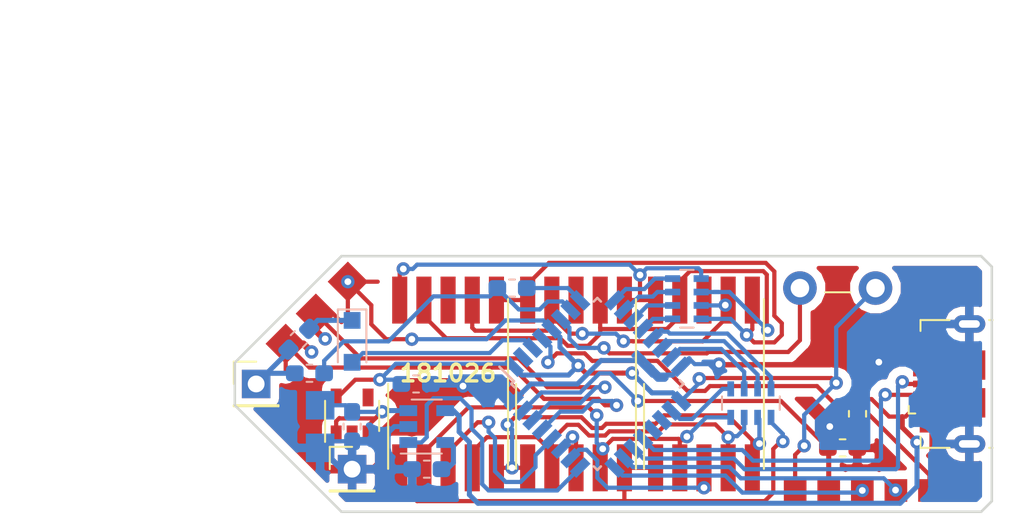
<source format=kicad_pcb>
(kicad_pcb (version 20171130) (host pcbnew "(5.0.1)-3")

  (general
    (thickness 1.6)
    (drawings 12)
    (tracks 540)
    (zones 0)
    (modules 25)
    (nets 48)
  )

  (page A4)
  (layers
    (0 F.Cu signal)
    (31 B.Cu signal)
    (32 B.Adhes user hide)
    (33 F.Adhes user hide)
    (34 B.Paste user hide)
    (35 F.Paste user hide)
    (36 B.SilkS user)
    (37 F.SilkS user)
    (38 B.Mask user)
    (39 F.Mask user)
    (40 Dwgs.User user)
    (41 Cmts.User user)
    (42 Eco1.User user)
    (43 Eco2.User user)
    (44 Edge.Cuts user)
    (45 Margin user)
    (46 B.CrtYd user)
    (47 F.CrtYd user)
    (48 B.Fab user hide)
    (49 F.Fab user hide)
  )

  (setup
    (last_trace_width 0.25)
    (user_trace_width 0.3)
    (user_trace_width 0.35)
    (user_trace_width 0.4)
    (trace_clearance 0.2)
    (zone_clearance 0.508)
    (zone_45_only no)
    (trace_min 0.2)
    (segment_width 0.2)
    (edge_width 0.15)
    (via_size 0.8)
    (via_drill 0.4)
    (via_min_size 0.4)
    (via_min_drill 0.3)
    (uvia_size 0.3)
    (uvia_drill 0.1)
    (uvias_allowed no)
    (uvia_min_size 0.2)
    (uvia_min_drill 0.1)
    (pcb_text_width 0.3)
    (pcb_text_size 1.5 1.5)
    (mod_edge_width 0.15)
    (mod_text_size 1 1)
    (mod_text_width 0.15)
    (pad_size 1.35 1.35)
    (pad_drill 0)
    (pad_to_mask_clearance 0.051)
    (solder_mask_min_width 0.25)
    (aux_axis_origin 0 0)
    (visible_elements 7FFFFF7F)
    (pcbplotparams
      (layerselection 0x010fc_ffffffff)
      (usegerberextensions false)
      (usegerberattributes false)
      (usegerberadvancedattributes false)
      (creategerberjobfile false)
      (excludeedgelayer true)
      (linewidth 0.100000)
      (plotframeref false)
      (viasonmask false)
      (mode 1)
      (useauxorigin false)
      (hpglpennumber 1)
      (hpglpenspeed 20)
      (hpglpendiameter 15.000000)
      (psnegative false)
      (psa4output false)
      (plotreference true)
      (plotvalue true)
      (plotinvisibletext false)
      (padsonsilk false)
      (subtractmaskfromsilk false)
      (outputformat 1)
      (mirror false)
      (drillshape 1)
      (scaleselection 1)
      (outputdirectory ""))
  )

  (net 0 "")
  (net 1 /VBUS)
  (net 2 GND)
  (net 3 +3V3)
  (net 4 /VBAT)
  (net 5 "Net-(D1-Pad1)")
  (net 6 /DTEST)
  (net 7 /PROBE)
  (net 8 /USB_DM)
  (net 9 "Net-(J2-Pad4)")
  (net 10 /USB_DP)
  (net 11 /BOOT)
  (net 12 /SWDIO)
  (net 13 /SWCLK)
  (net 14 /~RST)
  (net 15 /PROBE_3V)
  (net 16 /PULL)
  (net 17 /PROG)
  (net 18 /S2)
  (net 19 /S1)
  (net 20 /S3)
  (net 21 /S0)
  (net 22 /DS3)
  (net 23 /DS2)
  (net 24 /DS1)
  (net 25 /DS0)
  (net 26 /DS4)
  (net 27 /DS5)
  (net 28 /DS6)
  (net 29 /DS7)
  (net 30 /S4)
  (net 31 /S7)
  (net 32 /S5)
  (net 33 /S6)
  (net 34 "Net-(U1-Pad2)")
  (net 35 /RED)
  (net 36 /GRN)
  (net 37 /YEL)
  (net 38 "Net-(U3-Pad4)")
  (net 39 /BTN)
  (net 40 "Net-(U6-Pad8)")
  (net 41 "Net-(U5-Pad8)")
  (net 42 "Net-(U4-Pad8)")
  (net 43 "Net-(U1-Pad19)")
  (net 44 "Net-(U1-Pad20)")
  (net 45 /EI0)
  (net 46 /EI1)
  (net 47 /~CHRG)

  (net_class Default "This is the default net class."
    (clearance 0.2)
    (trace_width 0.25)
    (via_dia 0.8)
    (via_drill 0.4)
    (uvia_dia 0.3)
    (uvia_drill 0.1)
    (add_net +3V3)
    (add_net /BOOT)
    (add_net /BTN)
    (add_net /DS0)
    (add_net /DS1)
    (add_net /DS2)
    (add_net /DS3)
    (add_net /DS4)
    (add_net /DS5)
    (add_net /DS6)
    (add_net /DS7)
    (add_net /DTEST)
    (add_net /EI0)
    (add_net /EI1)
    (add_net /GRN)
    (add_net /PROBE)
    (add_net /PROBE_3V)
    (add_net /PROG)
    (add_net /PULL)
    (add_net /RED)
    (add_net /S0)
    (add_net /S1)
    (add_net /S2)
    (add_net /S3)
    (add_net /S4)
    (add_net /S5)
    (add_net /S6)
    (add_net /S7)
    (add_net /SWCLK)
    (add_net /SWDIO)
    (add_net /USB_DM)
    (add_net /USB_DP)
    (add_net /VBAT)
    (add_net /VBUS)
    (add_net /YEL)
    (add_net /~CHRG)
    (add_net /~RST)
    (add_net GND)
    (add_net "Net-(D1-Pad1)")
    (add_net "Net-(J2-Pad4)")
    (add_net "Net-(U1-Pad19)")
    (add_net "Net-(U1-Pad2)")
    (add_net "Net-(U1-Pad20)")
    (add_net "Net-(U3-Pad4)")
    (add_net "Net-(U4-Pad8)")
    (add_net "Net-(U5-Pad8)")
    (add_net "Net-(U6-Pad8)")
  )

  (module Connector_PinHeader_2.54mm:PinHeader_1x01_P2.54mm_Vertical (layer F.Cu) (tedit 5BD376DA) (tstamp 5BE00B8D)
    (at 83.566 65.024 135)
    (descr "Through hole straight pin header, 1x01, 2.54mm pitch, single row")
    (tags "Through hole pin header THT 1x01 2.54mm single row")
    (path /5BD4F46F)
    (fp_text reference J7 (at 0 -2.33 135) (layer F.SilkS) hide
      (effects (font (size 1 1) (thickness 0.15)))
    )
    (fp_text value VCCOUT (at 0 2.33 135) (layer F.Fab)
      (effects (font (size 1 1) (thickness 0.15)))
    )
    (fp_line (start -0.635 -1.27) (end 1.27 -1.27) (layer F.Fab) (width 0.1))
    (fp_line (start 1.27 -1.27) (end 1.27 1.27) (layer F.Fab) (width 0.1))
    (fp_line (start 1.27 1.27) (end -1.27 1.27) (layer F.Fab) (width 0.1))
    (fp_line (start -1.27 1.27) (end -1.27 -0.635) (layer F.Fab) (width 0.1))
    (fp_line (start -1.27 -0.635) (end -0.635 -1.27) (layer F.Fab) (width 0.1))
    (fp_line (start -1.8 -1.8) (end -1.8 1.8) (layer F.CrtYd) (width 0.05))
    (fp_line (start -1.8 1.8) (end 1.8 1.8) (layer F.CrtYd) (width 0.05))
    (fp_line (start 1.8 1.8) (end 1.8 -1.8) (layer F.CrtYd) (width 0.05))
    (fp_line (start 1.8 -1.8) (end -1.8 -1.8) (layer F.CrtYd) (width 0.05))
    (fp_text user %R (at 0 0 225) (layer F.Fab)
      (effects (font (size 1 1) (thickness 0.15)))
    )
    (pad 1 smd rect (at 0 0 135) (size 1.7 1.7) (layers F.Cu F.Paste F.Mask)
      (net 3 +3V3))
    (model ${KISYS3DMOD}/Connector_PinHeader_2.54mm.3dshapes/PinHeader_1x01_P2.54mm_Vertical.wrl
      (offset (xyz 2.5 0 0.5))
      (scale (xyz 1 1 1))
      (rotate (xyz 0 -90 0))
    )
  )

  (module Connector_PinHeader_2.54mm:PinHeader_1x02_P2.54mm_Vertical (layer F.Cu) (tedit 5BD376D5) (tstamp 5BE00B64)
    (at 79.864949 68.725051 135)
    (descr "Through hole straight pin header, 1x02, 2.54mm pitch, single row")
    (tags "Through hole pin header THT 1x02 2.54mm single row")
    (path /5BD36A29)
    (fp_text reference J4 (at 0 -2.33 135) (layer F.SilkS) hide
      (effects (font (size 1 1) (thickness 0.15)))
    )
    (fp_text value EIF (at 0 4.87 135) (layer F.Fab)
      (effects (font (size 1 1) (thickness 0.15)))
    )
    (fp_line (start -0.635 -1.27) (end 1.27 -1.27) (layer F.Fab) (width 0.1))
    (fp_line (start 1.27 -1.27) (end 1.27 3.81) (layer F.Fab) (width 0.1))
    (fp_line (start 1.27 3.81) (end -1.27 3.81) (layer F.Fab) (width 0.1))
    (fp_line (start -1.27 3.81) (end -1.27 -0.635) (layer F.Fab) (width 0.1))
    (fp_line (start -1.27 -0.635) (end -0.635 -1.27) (layer F.Fab) (width 0.1))
    (fp_line (start -1.8 -1.8) (end -1.8 4.35) (layer F.CrtYd) (width 0.05))
    (fp_line (start -1.8 4.35) (end 1.8 4.35) (layer F.CrtYd) (width 0.05))
    (fp_line (start 1.8 4.35) (end 1.8 -1.8) (layer F.CrtYd) (width 0.05))
    (fp_line (start 1.8 -1.8) (end -1.8 -1.8) (layer F.CrtYd) (width 0.05))
    (fp_text user %R (at 0 1.270001 225) (layer F.Fab)
      (effects (font (size 1 1) (thickness 0.15)))
    )
    (pad 1 smd rect (at 0 0 135) (size 1.7 1.7) (layers F.Cu F.Paste F.Mask)
      (net 45 /EI0))
    (pad 2 smd rect (at 0 2.54 135) (size 1.7 1.7) (layers F.Cu F.Paste F.Mask)
      (net 46 /EI1))
    (model ${KISYS3DMOD}/Connector_PinHeader_2.54mm.3dshapes/PinHeader_1x02_P2.54mm_Vertical.wrl
      (offset (xyz 2.5 0 0.5))
      (scale (xyz 1 1 1))
      (rotate (xyz 0 -90 0))
    )
  )

  (module Package_QFP:LQFP-32_7x7mm_P0.8mm (layer B.Cu) (tedit 5BD247EC) (tstamp 5BDE96D1)
    (at 98.425 71.12 315)
    (descr "LQFP32: plastic low profile quad flat package; 32 leads; body 7 x 7 x 1.4 mm (see NXP sot358-1_po.pdf and sot358-1_fr.pdf)")
    (tags "QFP 0.8")
    (path /5BD1E9C2)
    (attr smd)
    (fp_text reference U1 (at 0 5.85 315) (layer B.SilkS) hide
      (effects (font (size 1 1) (thickness 0.15)) (justify mirror))
    )
    (fp_text value STM32L082KZTx (at 0 -5.85 315) (layer B.Fab)
      (effects (font (size 1 1) (thickness 0.15)) (justify mirror))
    )
    (fp_text user %R (at 0 0 315) (layer B.Fab)
      (effects (font (size 1 1) (thickness 0.15)) (justify mirror))
    )
    (fp_line (start -2.5 3.5) (end 3.5 3.5) (layer B.Fab) (width 0.15))
    (fp_line (start 3.5 3.5) (end 3.5 -3.5) (layer B.Fab) (width 0.15))
    (fp_line (start 3.5 -3.5) (end -3.5 -3.5) (layer B.Fab) (width 0.15))
    (fp_line (start -3.5 -3.5) (end -3.5 2.5) (layer B.Fab) (width 0.15))
    (fp_line (start -3.5 2.5) (end -2.5 3.5) (layer B.Fab) (width 0.15))
    (fp_line (start -5.1 5.1) (end -5.1 -5.1) (layer B.CrtYd) (width 0.05))
    (fp_line (start 5.1 5.1) (end 5.1 -5.1) (layer B.CrtYd) (width 0.05))
    (fp_line (start -5.1 5.1) (end 5.1 5.1) (layer B.CrtYd) (width 0.05))
    (fp_line (start -5.1 -5.1) (end 5.1 -5.1) (layer B.CrtYd) (width 0.05))
    (fp_line (start -3.625 3.625) (end -3.625 3.4) (layer B.SilkS) (width 0.15))
    (fp_line (start 3.625 3.625) (end 3.625 3.325) (layer B.SilkS) (width 0.15))
    (fp_line (start 3.625 -3.625) (end 3.625 -3.325) (layer B.SilkS) (width 0.15))
    (fp_line (start -3.625 -3.625) (end -3.625 -3.325) (layer B.SilkS) (width 0.15))
    (fp_line (start -3.625 3.625) (end -3.325 3.625) (layer B.SilkS) (width 0.15))
    (fp_line (start -3.625 -3.625) (end -3.325 -3.625) (layer B.SilkS) (width 0.15))
    (fp_line (start 3.625 -3.625) (end 3.325 -3.625) (layer B.SilkS) (width 0.15))
    (fp_line (start 3.625 3.625) (end 3.325 3.625) (layer B.SilkS) (width 0.15))
    (fp_line (start -3.625 3.4) (end -4.85 3.4) (layer B.SilkS) (width 0.15))
    (pad 1 smd rect (at -4.25 2.8 315) (size 1.2 0.55) (layers B.Cu B.Paste B.Mask)
      (net 3 +3V3))
    (pad 2 smd rect (at -4.25 2 315) (size 1.2 0.55) (layers B.Cu B.Paste B.Mask)
      (net 34 "Net-(U1-Pad2)"))
    (pad 3 smd rect (at -4.25 1.2 315) (size 1.2 0.55) (layers B.Cu B.Paste B.Mask)
      (net 6 /DTEST))
    (pad 4 smd rect (at -4.25 0.4 315) (size 1.2 0.55) (layers B.Cu B.Paste B.Mask)
      (net 14 /~RST))
    (pad 5 smd rect (at -4.25 -0.4 315) (size 1.2 0.55) (layers B.Cu B.Paste B.Mask)
      (net 3 +3V3))
    (pad 6 smd rect (at -4.25 -1.2 315) (size 1.2 0.55) (layers B.Cu B.Paste B.Mask)
      (net 39 /BTN))
    (pad 7 smd rect (at -4.25 -2 315) (size 1.2 0.55) (layers B.Cu B.Paste B.Mask)
      (net 15 /PROBE_3V))
    (pad 8 smd rect (at -4.25 -2.8 315) (size 1.2 0.55) (layers B.Cu B.Paste B.Mask)
      (net 16 /PULL))
    (pad 9 smd rect (at -2.8 -4.25 225) (size 1.2 0.55) (layers B.Cu B.Paste B.Mask)
      (net 29 /DS7))
    (pad 10 smd rect (at -2 -4.25 225) (size 1.2 0.55) (layers B.Cu B.Paste B.Mask)
      (net 28 /DS6))
    (pad 11 smd rect (at -1.2 -4.25 225) (size 1.2 0.55) (layers B.Cu B.Paste B.Mask)
      (net 27 /DS5))
    (pad 12 smd rect (at -0.4 -4.25 225) (size 1.2 0.55) (layers B.Cu B.Paste B.Mask)
      (net 26 /DS4))
    (pad 13 smd rect (at 0.4 -4.25 225) (size 1.2 0.55) (layers B.Cu B.Paste B.Mask)
      (net 22 /DS3))
    (pad 14 smd rect (at 1.2 -4.25 225) (size 1.2 0.55) (layers B.Cu B.Paste B.Mask)
      (net 23 /DS2))
    (pad 15 smd rect (at 2 -4.25 225) (size 1.2 0.55) (layers B.Cu B.Paste B.Mask)
      (net 24 /DS1))
    (pad 16 smd rect (at 2.8 -4.25 225) (size 1.2 0.55) (layers B.Cu B.Paste B.Mask)
      (net 2 GND))
    (pad 17 smd rect (at 4.25 -2.8 315) (size 1.2 0.55) (layers B.Cu B.Paste B.Mask)
      (net 3 +3V3))
    (pad 18 smd rect (at 4.25 -2 315) (size 1.2 0.55) (layers B.Cu B.Paste B.Mask)
      (net 25 /DS0))
    (pad 19 smd rect (at 4.25 -1.2 315) (size 1.2 0.55) (layers B.Cu B.Paste B.Mask)
      (net 43 "Net-(U1-Pad19)"))
    (pad 20 smd rect (at 4.25 -0.4 315) (size 1.2 0.55) (layers B.Cu B.Paste B.Mask)
      (net 44 "Net-(U1-Pad20)"))
    (pad 21 smd rect (at 4.25 0.4 315) (size 1.2 0.55) (layers B.Cu B.Paste B.Mask)
      (net 8 /USB_DM))
    (pad 22 smd rect (at 4.25 1.2 315) (size 1.2 0.55) (layers B.Cu B.Paste B.Mask)
      (net 10 /USB_DP))
    (pad 23 smd rect (at 4.25 2 315) (size 1.2 0.55) (layers B.Cu B.Paste B.Mask)
      (net 12 /SWDIO))
    (pad 24 smd rect (at 4.25 2.8 315) (size 1.2 0.55) (layers B.Cu B.Paste B.Mask)
      (net 13 /SWCLK))
    (pad 25 smd rect (at 2.8 4.25 225) (size 1.2 0.55) (layers B.Cu B.Paste B.Mask)
      (net 47 /~CHRG))
    (pad 26 smd rect (at 2 4.25 225) (size 1.2 0.55) (layers B.Cu B.Paste B.Mask)
      (net 37 /YEL))
    (pad 27 smd rect (at 1.2 4.25 225) (size 1.2 0.55) (layers B.Cu B.Paste B.Mask)
      (net 36 /GRN))
    (pad 28 smd rect (at 0.4 4.25 225) (size 1.2 0.55) (layers B.Cu B.Paste B.Mask)
      (net 35 /RED))
    (pad 29 smd rect (at -0.4 4.25 225) (size 1.2 0.55) (layers B.Cu B.Paste B.Mask)
      (net 45 /EI0))
    (pad 30 smd rect (at -1.2 4.25 225) (size 1.2 0.55) (layers B.Cu B.Paste B.Mask)
      (net 46 /EI1))
    (pad 31 smd rect (at -2 4.25 225) (size 1.2 0.55) (layers B.Cu B.Paste B.Mask)
      (net 11 /BOOT))
    (pad 32 smd rect (at -2.8 4.25 225) (size 1.2 0.55) (layers B.Cu B.Paste B.Mask)
      (net 2 GND))
    (model ${KISYS3DMOD}/Package_QFP.3dshapes/LQFP-32_7x7mm_P0.8mm.wrl
      (at (xyz 0 0 0))
      (scale (xyz 1 1 1))
      (rotate (xyz 0 0 0))
    )
  )

  (module Connector_PinHeader_2.00mm:PinHeader_1x06_P2.00mm_Vertical (layer F.Cu) (tedit 5BD247DB) (tstamp 5BDE95B5)
    (at 110.205 77.47 90)
    (descr "Through hole straight pin header, 1x06, 2.00mm pitch, single row")
    (tags "Through hole pin header THT 1x06 2.00mm single row")
    (path /5BD86807)
    (fp_text reference J3 (at 0 -2.06 90) (layer F.SilkS) hide
      (effects (font (size 1 1) (thickness 0.15)))
    )
    (fp_text value DBG (at 0 12.06 90) (layer F.Fab)
      (effects (font (size 1 1) (thickness 0.15)))
    )
    (fp_line (start -0.5 -1) (end 1 -1) (layer F.Fab) (width 0.1))
    (fp_line (start 1 -1) (end 1 11) (layer F.Fab) (width 0.1))
    (fp_line (start 1 11) (end -1 11) (layer F.Fab) (width 0.1))
    (fp_line (start -1 11) (end -1 -0.5) (layer F.Fab) (width 0.1))
    (fp_line (start -1 -0.5) (end -0.5 -1) (layer F.Fab) (width 0.1))
    (fp_line (start -1.5 -1.5) (end -1.5 11.5) (layer F.CrtYd) (width 0.05))
    (fp_line (start -1.5 11.5) (end 1.5 11.5) (layer F.CrtYd) (width 0.05))
    (fp_line (start 1.5 11.5) (end 1.5 -1.5) (layer F.CrtYd) (width 0.05))
    (fp_line (start 1.5 -1.5) (end -1.5 -1.5) (layer F.CrtYd) (width 0.05))
    (fp_text user %R (at 0 5 180) (layer F.Fab)
      (effects (font (size 1 1) (thickness 0.15)))
    )
    (pad 1 smd rect (at 0 0 90) (size 1.35 1.35) (layers F.Cu F.Paste F.Mask)
      (net 3 +3V3))
    (pad 2 smd rect (at 0 2 90) (size 1.35 1.35) (layers F.Cu F.Paste F.Mask)
      (net 11 /BOOT))
    (pad 3 smd rect (at 0 4 90) (size 1.35 1.35) (layers F.Cu F.Paste F.Mask)
      (net 13 /SWCLK))
    (pad 4 smd rect (at 0 6 90) (size 1.35 1.35) (layers F.Cu F.Paste F.Mask)
      (net 12 /SWDIO))
    (pad 5 smd rect (at 0 8 90) (size 1.35 1.35) (layers F.Cu F.Paste F.Mask)
      (net 14 /~RST))
    (pad 6 smd rect (at 0 10 90) (size 1.35 1.35) (layers F.Cu F.Paste F.Mask)
      (net 2 GND))
  )

  (module Button_Switch_THT:SW_PUSH_6mm (layer F.Cu) (tedit 5BD247CD) (tstamp 5BDE969A)
    (at 110.49 65.405 90)
    (descr https://www.omron.com/ecb/products/pdf/en-b3f.pdf)
    (tags "tact sw push 6mm")
    (path /5BD8659E)
    (fp_text reference SW1 (at 0.635 2.54) (layer F.SilkS) hide
      (effects (font (size 1 1) (thickness 0.15)))
    )
    (fp_text value BTN (at -1.27 1.905) (layer F.Fab)
      (effects (font (size 1 1) (thickness 0.15)))
    )
    (fp_line (start -0.25 1.5) (end -0.25 3) (layer F.SilkS) (width 0.12))
    (pad 2 thru_hole circle (at 0 4.5 180) (size 2 2) (drill 1.1) (layers *.Cu *.Mask)
      (net 3 +3V3))
    (pad 1 thru_hole circle (at 0 0 180) (size 2 2) (drill 1.1) (layers *.Cu *.Mask)
      (net 39 /BTN))
    (model ${KISYS3DMOD}/Button_Switch_THT.3dshapes/SW_PUSH_6mm.wrl
      (offset (xyz 1.5 0 2.25))
      (scale (xyz 1 1 1))
      (rotate (xyz 0 -90 0))
    )
  )

  (module Connector_PinHeader_2.54mm:PinHeader_1x02_P2.54mm_Vertical (layer B.Cu) (tedit 5BD247A1) (tstamp 5BDE95F8)
    (at 81.915 72.39 180)
    (descr "Through hole straight pin header, 1x02, 2.54mm pitch, single row")
    (tags "Through hole pin header THT 1x02 2.54mm single row")
    (path /5BD20B9E)
    (fp_text reference J6 (at 0 2.33 180) (layer B.SilkS) hide
      (effects (font (size 1 1) (thickness 0.15)) (justify mirror))
    )
    (fp_text value LIPO (at 0 -4.87 180) (layer B.Fab)
      (effects (font (size 1 1) (thickness 0.15)) (justify mirror))
    )
    (fp_line (start -0.635 1.27) (end 1.27 1.27) (layer B.Fab) (width 0.1))
    (fp_line (start 1.27 1.27) (end 1.27 -3.81) (layer B.Fab) (width 0.1))
    (fp_line (start 1.27 -3.81) (end -1.27 -3.81) (layer B.Fab) (width 0.1))
    (fp_line (start -1.27 -3.81) (end -1.27 0.635) (layer B.Fab) (width 0.1))
    (fp_line (start -1.27 0.635) (end -0.635 1.27) (layer B.Fab) (width 0.1))
    (fp_line (start -1.8 1.8) (end -1.8 -4.35) (layer B.CrtYd) (width 0.05))
    (fp_line (start -1.8 -4.35) (end 1.8 -4.35) (layer B.CrtYd) (width 0.05))
    (fp_line (start 1.8 -4.35) (end 1.8 1.8) (layer B.CrtYd) (width 0.05))
    (fp_line (start 1.8 1.8) (end -1.8 1.8) (layer B.CrtYd) (width 0.05))
    (fp_text user %R (at 0 -1.27 90) (layer B.Fab)
      (effects (font (size 1 1) (thickness 0.15)) (justify mirror))
    )
    (pad 1 smd rect (at 0 0 180) (size 1.7 1.7) (layers B.Cu B.Paste B.Mask)
      (net 4 /VBAT))
    (pad 2 smd rect (at 0 -2.54 180) (size 1.7 1.7) (layers B.Cu B.Paste B.Mask)
      (net 2 GND))
  )

  (module Capacitor_SMD:C_0603_1608Metric_Pad1.05x0.95mm_HandSolder (layer F.Cu) (tedit 5BD247D5) (tstamp 5BDE9525)
    (at 113.919 72.898 270)
    (descr "Capacitor SMD 0603 (1608 Metric), square (rectangular) end terminal, IPC_7351 nominal with elongated pad for handsoldering. (Body size source: http://www.tortai-tech.com/upload/download/2011102023233369053.pdf), generated with kicad-footprint-generator")
    (tags "capacitor handsolder")
    (path /5BD24FEC)
    (attr smd)
    (fp_text reference C1 (at 0 -1.43 270) (layer F.SilkS) hide
      (effects (font (size 1 1) (thickness 0.15)))
    )
    (fp_text value 1u (at 0 1.43 270) (layer F.Fab)
      (effects (font (size 1 1) (thickness 0.15)))
    )
    (fp_line (start -0.8 0.4) (end -0.8 -0.4) (layer F.Fab) (width 0.1))
    (fp_line (start -0.8 -0.4) (end 0.8 -0.4) (layer F.Fab) (width 0.1))
    (fp_line (start 0.8 -0.4) (end 0.8 0.4) (layer F.Fab) (width 0.1))
    (fp_line (start 0.8 0.4) (end -0.8 0.4) (layer F.Fab) (width 0.1))
    (fp_line (start -0.171267 -0.51) (end 0.171267 -0.51) (layer F.SilkS) (width 0.12))
    (fp_line (start -0.171267 0.51) (end 0.171267 0.51) (layer F.SilkS) (width 0.12))
    (fp_line (start -1.65 0.73) (end -1.65 -0.73) (layer F.CrtYd) (width 0.05))
    (fp_line (start -1.65 -0.73) (end 1.65 -0.73) (layer F.CrtYd) (width 0.05))
    (fp_line (start 1.65 -0.73) (end 1.65 0.73) (layer F.CrtYd) (width 0.05))
    (fp_line (start 1.65 0.73) (end -1.65 0.73) (layer F.CrtYd) (width 0.05))
    (fp_text user %R (at 0 0 270) (layer F.Fab)
      (effects (font (size 0.4 0.4) (thickness 0.06)))
    )
    (pad 1 smd roundrect (at -0.875 0 270) (size 1.05 0.95) (layers F.Cu F.Paste F.Mask) (roundrect_rratio 0.25)
      (net 1 /VBUS))
    (pad 2 smd roundrect (at 0.875 0 270) (size 1.05 0.95) (layers F.Cu F.Paste F.Mask) (roundrect_rratio 0.25)
      (net 2 GND))
    (model ${KISYS3DMOD}/Capacitor_SMD.3dshapes/C_0603_1608Metric.wrl
      (at (xyz 0 0 0))
      (scale (xyz 1 1 1))
      (rotate (xyz 0 0 0))
    )
  )

  (module Capacitor_SMD:C_0603_1608Metric_Pad1.05x0.95mm_HandSolder (layer B.Cu) (tedit 5BD247FF) (tstamp 5BDF62B4)
    (at 87.63 71.12)
    (descr "Capacitor SMD 0603 (1608 Metric), square (rectangular) end terminal, IPC_7351 nominal with elongated pad for handsoldering. (Body size source: http://www.tortai-tech.com/upload/download/2011102023233369053.pdf), generated with kicad-footprint-generator")
    (tags "capacitor handsolder")
    (path /5BD2C10B)
    (attr smd)
    (fp_text reference C2 (at 0 1.43) (layer B.SilkS) hide
      (effects (font (size 1 1) (thickness 0.15)) (justify mirror))
    )
    (fp_text value 1u (at 0 -1.43) (layer B.Fab)
      (effects (font (size 1 1) (thickness 0.15)) (justify mirror))
    )
    (fp_line (start -0.8 -0.4) (end -0.8 0.4) (layer B.Fab) (width 0.1))
    (fp_line (start -0.8 0.4) (end 0.8 0.4) (layer B.Fab) (width 0.1))
    (fp_line (start 0.8 0.4) (end 0.8 -0.4) (layer B.Fab) (width 0.1))
    (fp_line (start 0.8 -0.4) (end -0.8 -0.4) (layer B.Fab) (width 0.1))
    (fp_line (start -0.171267 0.51) (end 0.171267 0.51) (layer B.SilkS) (width 0.12))
    (fp_line (start -0.171267 -0.51) (end 0.171267 -0.51) (layer B.SilkS) (width 0.12))
    (fp_line (start -1.65 -0.73) (end -1.65 0.73) (layer B.CrtYd) (width 0.05))
    (fp_line (start -1.65 0.73) (end 1.65 0.73) (layer B.CrtYd) (width 0.05))
    (fp_line (start 1.65 0.73) (end 1.65 -0.73) (layer B.CrtYd) (width 0.05))
    (fp_line (start 1.65 -0.73) (end -1.65 -0.73) (layer B.CrtYd) (width 0.05))
    (fp_text user %R (at 0 0) (layer B.Fab)
      (effects (font (size 0.4 0.4) (thickness 0.06)) (justify mirror))
    )
    (pad 1 smd roundrect (at -0.875 0) (size 1.05 0.95) (layers B.Cu B.Paste B.Mask) (roundrect_rratio 0.25)
      (net 3 +3V3))
    (pad 2 smd roundrect (at 0.875 0) (size 1.05 0.95) (layers B.Cu B.Paste B.Mask) (roundrect_rratio 0.25)
      (net 2 GND))
    (model ${KISYS3DMOD}/Capacitor_SMD.3dshapes/C_0603_1608Metric.wrl
      (at (xyz 0 0 0))
      (scale (xyz 1 1 1))
      (rotate (xyz 0 0 0))
    )
  )

  (module Capacitor_SMD:C_0603_1608Metric_Pad1.05x0.95mm_HandSolder (layer B.Cu) (tedit 5BD2480F) (tstamp 5BDE9547)
    (at 83.82 73.66 270)
    (descr "Capacitor SMD 0603 (1608 Metric), square (rectangular) end terminal, IPC_7351 nominal with elongated pad for handsoldering. (Body size source: http://www.tortai-tech.com/upload/download/2011102023233369053.pdf), generated with kicad-footprint-generator")
    (tags "capacitor handsolder")
    (path /5BD2AA91)
    (attr smd)
    (fp_text reference C3 (at 0 1.43 270) (layer B.SilkS) hide
      (effects (font (size 1 1) (thickness 0.15)) (justify mirror))
    )
    (fp_text value 1u (at 0 -1.43 270) (layer B.Fab)
      (effects (font (size 1 1) (thickness 0.15)) (justify mirror))
    )
    (fp_text user %R (at 0 -1.219999 270) (layer B.Fab)
      (effects (font (size 0.4 0.4) (thickness 0.06)) (justify mirror))
    )
    (fp_line (start 1.65 -0.73) (end -1.65 -0.73) (layer B.CrtYd) (width 0.05))
    (fp_line (start 1.65 0.73) (end 1.65 -0.73) (layer B.CrtYd) (width 0.05))
    (fp_line (start -1.65 0.73) (end 1.65 0.73) (layer B.CrtYd) (width 0.05))
    (fp_line (start -1.65 -0.73) (end -1.65 0.73) (layer B.CrtYd) (width 0.05))
    (fp_line (start -0.171267 -0.51) (end 0.171267 -0.51) (layer B.SilkS) (width 0.12))
    (fp_line (start -0.171267 0.51) (end 0.171267 0.51) (layer B.SilkS) (width 0.12))
    (fp_line (start 0.8 -0.4) (end -0.8 -0.4) (layer B.Fab) (width 0.1))
    (fp_line (start 0.8 0.4) (end 0.8 -0.4) (layer B.Fab) (width 0.1))
    (fp_line (start -0.8 0.4) (end 0.8 0.4) (layer B.Fab) (width 0.1))
    (fp_line (start -0.8 -0.4) (end -0.8 0.4) (layer B.Fab) (width 0.1))
    (pad 2 smd roundrect (at 0.875 0 270) (size 1.05 0.95) (layers B.Cu B.Paste B.Mask) (roundrect_rratio 0.25)
      (net 2 GND))
    (pad 1 smd roundrect (at -0.875 0 270) (size 1.05 0.95) (layers B.Cu B.Paste B.Mask) (roundrect_rratio 0.25)
      (net 4 /VBAT))
    (model ${KISYS3DMOD}/Capacitor_SMD.3dshapes/C_0603_1608Metric.wrl
      (at (xyz 0 0 0))
      (scale (xyz 1 1 1))
      (rotate (xyz 0 0 0))
    )
  )

  (module Diode_SMD:D_SOD-323_HandSoldering (layer B.Cu) (tedit 5BD24799) (tstamp 5BDF5F25)
    (at 83.82 68.58 270)
    (descr SOD-323)
    (tags SOD-323)
    (path /5BD3D3D0)
    (attr smd)
    (fp_text reference D1 (at 0 1.85 270) (layer B.SilkS) hide
      (effects (font (size 1 1) (thickness 0.15)) (justify mirror))
    )
    (fp_text value SMD (at 0.1 -1.9 270) (layer B.Fab)
      (effects (font (size 1 1) (thickness 0.15)) (justify mirror))
    )
    (fp_text user %R (at 0 1.85 270) (layer B.Fab)
      (effects (font (size 1 1) (thickness 0.15)) (justify mirror))
    )
    (fp_line (start -1.9 0.85) (end -1.9 -0.85) (layer B.SilkS) (width 0.12))
    (fp_line (start 0.2 0) (end 0.45 0) (layer B.Fab) (width 0.1))
    (fp_line (start 0.2 -0.35) (end -0.3 0) (layer B.Fab) (width 0.1))
    (fp_line (start 0.2 0.35) (end 0.2 -0.35) (layer B.Fab) (width 0.1))
    (fp_line (start -0.3 0) (end 0.2 0.35) (layer B.Fab) (width 0.1))
    (fp_line (start -0.3 0) (end -0.5 0) (layer B.Fab) (width 0.1))
    (fp_line (start -0.3 0.35) (end -0.3 -0.35) (layer B.Fab) (width 0.1))
    (fp_line (start -0.9 -0.7) (end -0.9 0.7) (layer B.Fab) (width 0.1))
    (fp_line (start 0.9 -0.7) (end -0.9 -0.7) (layer B.Fab) (width 0.1))
    (fp_line (start 0.9 0.7) (end 0.9 -0.7) (layer B.Fab) (width 0.1))
    (fp_line (start -0.9 0.7) (end 0.9 0.7) (layer B.Fab) (width 0.1))
    (fp_line (start -2 0.95) (end 2 0.95) (layer B.CrtYd) (width 0.05))
    (fp_line (start 2 0.95) (end 2 -0.95) (layer B.CrtYd) (width 0.05))
    (fp_line (start -2 -0.95) (end 2 -0.95) (layer B.CrtYd) (width 0.05))
    (fp_line (start -2 0.95) (end -2 -0.95) (layer B.CrtYd) (width 0.05))
    (fp_line (start -1.9 -0.85) (end 1.25 -0.85) (layer B.SilkS) (width 0.12))
    (fp_line (start -1.9 0.85) (end 1.25 0.85) (layer B.SilkS) (width 0.12))
    (pad 1 smd rect (at -1.25 0 270) (size 1 1) (layers B.Cu B.Paste B.Mask)
      (net 5 "Net-(D1-Pad1)"))
    (pad 2 smd rect (at 1.25 0 270) (size 1 1) (layers B.Cu B.Paste B.Mask)
      (net 6 /DTEST))
    (model ${KISYS3DMOD}/Diode_SMD.3dshapes/D_SOD-323.wrl
      (at (xyz 0 0 0))
      (scale (xyz 1 1 1))
      (rotate (xyz 0 0 0))
    )
  )

  (module Connector_PinHeader_2.54mm:PinHeader_1x01_P2.54mm_Vertical (layer F.Cu) (tedit 5BD24780) (tstamp 5BDEA320)
    (at 78.105 71.12)
    (descr "Through hole straight pin header, 1x01, 2.54mm pitch, single row")
    (tags "Through hole pin header THT 1x01 2.54mm single row")
    (path /5BE1CD7A)
    (fp_text reference J1 (at 0 -2.33) (layer F.SilkS) hide
      (effects (font (size 1 1) (thickness 0.15)))
    )
    (fp_text value PRB (at 0 2.33) (layer F.Fab)
      (effects (font (size 1 1) (thickness 0.15)))
    )
    (fp_line (start -0.635 -1.27) (end 1.27 -1.27) (layer F.Fab) (width 0.1))
    (fp_line (start 1.27 -1.27) (end 1.27 1.27) (layer F.Fab) (width 0.1))
    (fp_line (start 1.27 1.27) (end -1.27 1.27) (layer F.Fab) (width 0.1))
    (fp_line (start -1.27 1.27) (end -1.27 -0.635) (layer F.Fab) (width 0.1))
    (fp_line (start -1.27 -0.635) (end -0.635 -1.27) (layer F.Fab) (width 0.1))
    (fp_line (start -1.33 1.33) (end 1.33 1.33) (layer F.SilkS) (width 0.12))
    (fp_line (start -1.33 1.27) (end -1.33 1.33) (layer F.SilkS) (width 0.12))
    (fp_line (start 1.33 1.27) (end 1.33 1.33) (layer F.SilkS) (width 0.12))
    (fp_line (start -1.33 1.27) (end 1.33 1.27) (layer F.SilkS) (width 0.12))
    (fp_line (start -1.33 0) (end -1.33 -1.33) (layer F.SilkS) (width 0.12))
    (fp_line (start -1.33 -1.33) (end 0 -1.33) (layer F.SilkS) (width 0.12))
    (fp_line (start -1.8 -1.8) (end -1.8 1.8) (layer F.CrtYd) (width 0.05))
    (fp_line (start -1.8 1.8) (end 1.8 1.8) (layer F.CrtYd) (width 0.05))
    (fp_line (start 1.8 1.8) (end 1.8 -1.8) (layer F.CrtYd) (width 0.05))
    (fp_line (start 1.8 -1.8) (end -1.8 -1.8) (layer F.CrtYd) (width 0.05))
    (fp_text user %R (at 0 0 90) (layer F.Fab)
      (effects (font (size 1 1) (thickness 0.15)))
    )
    (pad 1 thru_hole rect (at 0 0) (size 1.7 1.7) (drill 1) (layers *.Cu *.Mask)
      (net 7 /PROBE))
    (model ${KISYS3DMOD}/Connector_PinHeader_2.54mm.3dshapes/PinHeader_1x01_P2.54mm_Vertical.wrl
      (offset (xyz -2.5 0 0.5))
      (scale (xyz 1 1 1))
      (rotate (xyz 0 90 0))
    )
  )

  (module Connector_USB:USB_Micro-B_GCT_USB3076-30-A (layer F.Cu) (tedit 5BD247D1) (tstamp 5BDE959B)
    (at 119.38 71.12 90)
    (descr "GCT Micro USB https://gct.co/files/drawings/usb3076.pdf")
    (tags "Micro-USB SMD Typ-B GCT")
    (path /5BD1F6CD)
    (attr smd)
    (fp_text reference J2 (at 0 -3.3 90) (layer F.SilkS) hide
      (effects (font (size 1 1) (thickness 0.15)))
    )
    (fp_text value USB_B_Micro (at 0 5.2 90) (layer F.Fab)
      (effects (font (size 1 1) (thickness 0.15)))
    )
    (fp_line (start -4.6 4.45) (end 4.6 4.45) (layer F.CrtYd) (width 0.05))
    (fp_line (start 4.6 -2.65) (end 4.6 4.45) (layer F.CrtYd) (width 0.05))
    (fp_line (start -4.6 -2.65) (end 4.6 -2.65) (layer F.CrtYd) (width 0.05))
    (fp_line (start -4.6 4.45) (end -4.6 -2.65) (layer F.CrtYd) (width 0.05))
    (fp_text user "PCB Edge" (at 0 2.65 90) (layer Dwgs.User)
      (effects (font (size 0.5 0.5) (thickness 0.08)))
    )
    (fp_line (start -3.81 -1.71) (end -3.15 -1.71) (layer F.SilkS) (width 0.12))
    (fp_line (start -3.81 0.02) (end -3.81 -1.71) (layer F.SilkS) (width 0.12))
    (fp_line (start 3.81 2.59) (end 3.81 2.38) (layer F.SilkS) (width 0.12))
    (fp_line (start 3.7 3.95) (end 3.7 -1.6) (layer F.Fab) (width 0.1))
    (fp_line (start -3 2.65) (end 3 2.65) (layer F.Fab) (width 0.1))
    (fp_line (start -3.7 3.95) (end 3.7 3.95) (layer F.Fab) (width 0.1))
    (fp_line (start -3.7 -1.6) (end 3.7 -1.6) (layer F.Fab) (width 0.1))
    (fp_line (start -3.7 3.95) (end -3.7 -1.6) (layer F.Fab) (width 0.1))
    (fp_line (start -3.81 2.59) (end -3.81 2.38) (layer F.SilkS) (width 0.12))
    (fp_line (start 3.81 0.02) (end 3.81 -1.71) (layer F.SilkS) (width 0.12))
    (fp_line (start 3.81 -1.71) (end 3.16 -1.71) (layer F.SilkS) (width 0.12))
    (fp_text user %R (at 0 0.85 90) (layer F.Fab)
      (effects (font (size 1 1) (thickness 0.15)))
    )
    (fp_line (start -1.76 -2.41) (end -1.31 -2.41) (layer F.SilkS) (width 0.12))
    (fp_line (start -1.76 -2.41) (end -1.76 -2.02) (layer F.SilkS) (width 0.12))
    (fp_line (start -1.3 -1.75) (end -1.5 -1.95) (layer F.Fab) (width 0.1))
    (fp_line (start -1.1 -1.95) (end -1.3 -1.75) (layer F.Fab) (width 0.1))
    (fp_line (start -1.5 -2.16) (end -1.1 -2.16) (layer F.Fab) (width 0.1))
    (fp_line (start -1.5 -2.16) (end -1.5 -1.95) (layer F.Fab) (width 0.1))
    (fp_line (start -1.1 -2.16) (end -1.1 -1.95) (layer F.Fab) (width 0.1))
    (pad 6 smd rect (at 1.125 1.2 90) (size 1.75 1.9) (layers F.Cu F.Paste F.Mask)
      (net 2 GND))
    (pad 2 smd rect (at -0.65 -1.45 90) (size 0.4 1.4) (layers F.Cu F.Paste F.Mask)
      (net 8 /USB_DM))
    (pad 1 smd rect (at -1.3 -1.45 90) (size 0.4 1.4) (layers F.Cu F.Paste F.Mask)
      (net 1 /VBUS))
    (pad 5 smd rect (at 1.3 -1.45 90) (size 0.4 1.4) (layers F.Cu F.Paste F.Mask)
      (net 2 GND))
    (pad 4 smd rect (at 0.65 -1.45 90) (size 0.4 1.4) (layers F.Cu F.Paste F.Mask)
      (net 9 "Net-(J2-Pad4)"))
    (pad 3 smd rect (at 0 -1.45 90) (size 0.4 1.4) (layers F.Cu F.Paste F.Mask)
      (net 10 /USB_DP))
    (pad 6 smd rect (at -1.125 1.2 90) (size 1.75 1.9) (layers F.Cu F.Paste F.Mask)
      (net 2 GND))
    (pad 6 thru_hole oval (at -3.575 1.2 270) (size 1.05 1.9) (drill oval 0.45 1.25) (layers *.Cu *.Mask)
      (net 2 GND))
    (pad 6 thru_hole oval (at 3.575 1.2 90) (size 1.05 1.9) (drill oval 0.45 1.25) (layers *.Cu *.Mask)
      (net 2 GND))
    (pad 6 smd rect (at 2.32 -1.03 90) (size 1.15 1.45) (layers F.Cu F.Paste F.Mask)
      (net 2 GND))
    (pad 6 smd rect (at -2.32 -1.03 90) (size 1.15 1.45) (layers F.Cu F.Paste F.Mask)
      (net 2 GND))
    (model ${KISYS3DMOD}/Connector_USB.3dshapes/USB_Micro-B_GCT_USB3076-30-A.wrl
      (at (xyz 0 0 0))
      (scale (xyz 1 1 1))
      (rotate (xyz 0 0 0))
    )
  )

  (module Connector_PinHeader_2.54mm:PinHeader_1x01_P2.54mm_Vertical (layer F.Cu) (tedit 5BD2480C) (tstamp 5BDE95E2)
    (at 83.82 76.2)
    (descr "Through hole straight pin header, 1x01, 2.54mm pitch, single row")
    (tags "Through hole pin header THT 1x01 2.54mm single row")
    (path /5BE1CEB5)
    (fp_text reference J5 (at 0 -2.33) (layer F.SilkS) hide
      (effects (font (size 1 1) (thickness 0.15)))
    )
    (fp_text value PRGND (at 0 2.33) (layer F.Fab)
      (effects (font (size 1 1) (thickness 0.15)))
    )
    (fp_text user %R (at 0 0 90) (layer F.Fab)
      (effects (font (size 1 1) (thickness 0.15)))
    )
    (fp_line (start 1.8 -1.8) (end -1.8 -1.8) (layer F.CrtYd) (width 0.05))
    (fp_line (start 1.8 1.8) (end 1.8 -1.8) (layer F.CrtYd) (width 0.05))
    (fp_line (start -1.8 1.8) (end 1.8 1.8) (layer F.CrtYd) (width 0.05))
    (fp_line (start -1.8 -1.8) (end -1.8 1.8) (layer F.CrtYd) (width 0.05))
    (fp_line (start -1.33 -1.33) (end 0 -1.33) (layer F.SilkS) (width 0.12))
    (fp_line (start -1.33 0) (end -1.33 -1.33) (layer F.SilkS) (width 0.12))
    (fp_line (start -1.33 1.27) (end 1.33 1.27) (layer F.SilkS) (width 0.12))
    (fp_line (start 1.33 1.27) (end 1.33 1.33) (layer F.SilkS) (width 0.12))
    (fp_line (start -1.33 1.27) (end -1.33 1.33) (layer F.SilkS) (width 0.12))
    (fp_line (start -1.33 1.33) (end 1.33 1.33) (layer F.SilkS) (width 0.12))
    (fp_line (start -1.27 -0.635) (end -0.635 -1.27) (layer F.Fab) (width 0.1))
    (fp_line (start -1.27 1.27) (end -1.27 -0.635) (layer F.Fab) (width 0.1))
    (fp_line (start 1.27 1.27) (end -1.27 1.27) (layer F.Fab) (width 0.1))
    (fp_line (start 1.27 -1.27) (end 1.27 1.27) (layer F.Fab) (width 0.1))
    (fp_line (start -0.635 -1.27) (end 1.27 -1.27) (layer F.Fab) (width 0.1))
    (pad 1 thru_hole rect (at 0 0) (size 1.7 1.7) (drill 1) (layers *.Cu *.Mask)
      (net 2 GND))
    (model ${KISYS3DMOD}/Connector_PinHeader_2.54mm.3dshapes/PinHeader_1x01_P2.54mm_Vertical.wrl
      (offset (xyz 0 -2 0.5))
      (scale (xyz 1 1 1))
      (rotate (xyz -90 0 0))
    )
  )

  (module Resistor_SMD:R_0603_1608Metric_Pad1.05x0.95mm_HandSolder (layer B.Cu) (tedit 5BD2477B) (tstamp 5BDE9609)
    (at 80.645 68.453 225)
    (descr "Resistor SMD 0603 (1608 Metric), square (rectangular) end terminal, IPC_7351 nominal with elongated pad for handsoldering. (Body size source: http://www.tortai-tech.com/upload/download/2011102023233369053.pdf), generated with kicad-footprint-generator")
    (tags "resistor handsolder")
    (path /5BD3C0A5)
    (attr smd)
    (fp_text reference R1 (at 0 1.43 225) (layer B.SilkS) hide
      (effects (font (size 1 1) (thickness 0.15)) (justify mirror))
    )
    (fp_text value 220 (at 0 -1.43 225) (layer B.Fab)
      (effects (font (size 1 1) (thickness 0.15)) (justify mirror))
    )
    (fp_line (start -0.8 -0.4) (end -0.8 0.4) (layer B.Fab) (width 0.1))
    (fp_line (start -0.8 0.4) (end 0.8 0.4) (layer B.Fab) (width 0.1))
    (fp_line (start 0.8 0.4) (end 0.8 -0.4) (layer B.Fab) (width 0.1))
    (fp_line (start 0.8 -0.4) (end -0.8 -0.4) (layer B.Fab) (width 0.1))
    (fp_line (start -0.171267 0.51) (end 0.171267 0.51) (layer B.SilkS) (width 0.12))
    (fp_line (start -0.171267 -0.51) (end 0.171267 -0.51) (layer B.SilkS) (width 0.12))
    (fp_line (start -1.65 -0.73) (end -1.65 0.73) (layer B.CrtYd) (width 0.05))
    (fp_line (start -1.65 0.73) (end 1.65 0.73) (layer B.CrtYd) (width 0.05))
    (fp_line (start 1.65 0.73) (end 1.65 -0.73) (layer B.CrtYd) (width 0.05))
    (fp_line (start 1.65 -0.73) (end -1.65 -0.73) (layer B.CrtYd) (width 0.05))
    (fp_text user %R (at 0 0 225) (layer B.Fab)
      (effects (font (size 0.4 0.4) (thickness 0.06)) (justify mirror))
    )
    (pad 1 smd roundrect (at -0.874999 0 225) (size 1.05 0.95) (layers B.Cu B.Paste B.Mask) (roundrect_rratio 0.25)
      (net 5 "Net-(D1-Pad1)"))
    (pad 2 smd roundrect (at 0.874999 0 225) (size 1.05 0.95) (layers B.Cu B.Paste B.Mask) (roundrect_rratio 0.25)
      (net 7 /PROBE))
    (model ${KISYS3DMOD}/Resistor_SMD.3dshapes/R_0603_1608Metric.wrl
      (at (xyz 0 0 0))
      (scale (xyz 1 1 1))
      (rotate (xyz 0 0 0))
    )
  )

  (module Resistor_SMD:R_0603_1608Metric_Pad1.05x0.95mm_HandSolder (layer B.Cu) (tedit 5BD2479D) (tstamp 5BDE961A)
    (at 81.28 70.485 180)
    (descr "Resistor SMD 0603 (1608 Metric), square (rectangular) end terminal, IPC_7351 nominal with elongated pad for handsoldering. (Body size source: http://www.tortai-tech.com/upload/download/2011102023233369053.pdf), generated with kicad-footprint-generator")
    (tags "resistor handsolder")
    (path /5BD3AF57)
    (attr smd)
    (fp_text reference R2 (at 0 1.43 180) (layer B.SilkS) hide
      (effects (font (size 1 1) (thickness 0.15)) (justify mirror))
    )
    (fp_text value 10k (at 0 -1.43 180) (layer B.Fab)
      (effects (font (size 1 1) (thickness 0.15)) (justify mirror))
    )
    (fp_text user %R (at 0 0 180) (layer B.Fab)
      (effects (font (size 0.4 0.4) (thickness 0.06)) (justify mirror))
    )
    (fp_line (start 1.65 -0.73) (end -1.65 -0.73) (layer B.CrtYd) (width 0.05))
    (fp_line (start 1.65 0.73) (end 1.65 -0.73) (layer B.CrtYd) (width 0.05))
    (fp_line (start -1.65 0.73) (end 1.65 0.73) (layer B.CrtYd) (width 0.05))
    (fp_line (start -1.65 -0.73) (end -1.65 0.73) (layer B.CrtYd) (width 0.05))
    (fp_line (start -0.171267 -0.51) (end 0.171267 -0.51) (layer B.SilkS) (width 0.12))
    (fp_line (start -0.171267 0.51) (end 0.171267 0.51) (layer B.SilkS) (width 0.12))
    (fp_line (start 0.8 -0.4) (end -0.8 -0.4) (layer B.Fab) (width 0.1))
    (fp_line (start 0.8 0.4) (end 0.8 -0.4) (layer B.Fab) (width 0.1))
    (fp_line (start -0.8 0.4) (end 0.8 0.4) (layer B.Fab) (width 0.1))
    (fp_line (start -0.8 -0.4) (end -0.8 0.4) (layer B.Fab) (width 0.1))
    (pad 2 smd roundrect (at 0.875 0 180) (size 1.05 0.95) (layers B.Cu B.Paste B.Mask) (roundrect_rratio 0.25)
      (net 7 /PROBE))
    (pad 1 smd roundrect (at -0.875 0 180) (size 1.05 0.95) (layers B.Cu B.Paste B.Mask) (roundrect_rratio 0.25)
      (net 15 /PROBE_3V))
    (model ${KISYS3DMOD}/Resistor_SMD.3dshapes/R_0603_1608Metric.wrl
      (at (xyz 0 0 0))
      (scale (xyz 1 1 1))
      (rotate (xyz 0 0 0))
    )
  )

  (module Resistor_SMD:R_0603_1608Metric_Pad1.05x0.95mm_HandSolder (layer F.Cu) (tedit 5BD247D8) (tstamp 5BDE962B)
    (at 113.03 74.93 180)
    (descr "Resistor SMD 0603 (1608 Metric), square (rectangular) end terminal, IPC_7351 nominal with elongated pad for handsoldering. (Body size source: http://www.tortai-tech.com/upload/download/2011102023233369053.pdf), generated with kicad-footprint-generator")
    (tags "resistor handsolder")
    (path /5BD1EF52)
    (attr smd)
    (fp_text reference R3 (at 0 -1.43 180) (layer F.SilkS) hide
      (effects (font (size 1 1) (thickness 0.15)))
    )
    (fp_text value 100k (at 0 1.43 180) (layer F.Fab)
      (effects (font (size 1 1) (thickness 0.15)))
    )
    (fp_line (start -0.8 0.4) (end -0.8 -0.4) (layer F.Fab) (width 0.1))
    (fp_line (start -0.8 -0.4) (end 0.8 -0.4) (layer F.Fab) (width 0.1))
    (fp_line (start 0.8 -0.4) (end 0.8 0.4) (layer F.Fab) (width 0.1))
    (fp_line (start 0.8 0.4) (end -0.8 0.4) (layer F.Fab) (width 0.1))
    (fp_line (start -0.171267 -0.51) (end 0.171267 -0.51) (layer F.SilkS) (width 0.12))
    (fp_line (start -0.171267 0.51) (end 0.171267 0.51) (layer F.SilkS) (width 0.12))
    (fp_line (start -1.65 0.73) (end -1.65 -0.73) (layer F.CrtYd) (width 0.05))
    (fp_line (start -1.65 -0.73) (end 1.65 -0.73) (layer F.CrtYd) (width 0.05))
    (fp_line (start 1.65 -0.73) (end 1.65 0.73) (layer F.CrtYd) (width 0.05))
    (fp_line (start 1.65 0.73) (end -1.65 0.73) (layer F.CrtYd) (width 0.05))
    (fp_text user %R (at 0 0 180) (layer F.Fab)
      (effects (font (size 0.4 0.4) (thickness 0.06)))
    )
    (pad 1 smd roundrect (at -0.875 0 180) (size 1.05 0.95) (layers F.Cu F.Paste F.Mask) (roundrect_rratio 0.25)
      (net 2 GND))
    (pad 2 smd roundrect (at 0.875 0 180) (size 1.05 0.95) (layers F.Cu F.Paste F.Mask) (roundrect_rratio 0.25)
      (net 11 /BOOT))
    (model ${KISYS3DMOD}/Resistor_SMD.3dshapes/R_0603_1608Metric.wrl
      (at (xyz 0 0 0))
      (scale (xyz 1 1 1))
      (rotate (xyz 0 0 0))
    )
  )

  (module Resistor_SMD:R_0603_1608Metric_Pad1.05x0.95mm_HandSolder (layer B.Cu) (tedit 5BD247E4) (tstamp 5BDE963C)
    (at 93.345 65.405 180)
    (descr "Resistor SMD 0603 (1608 Metric), square (rectangular) end terminal, IPC_7351 nominal with elongated pad for handsoldering. (Body size source: http://www.tortai-tech.com/upload/download/2011102023233369053.pdf), generated with kicad-footprint-generator")
    (tags "resistor handsolder")
    (path /5BD3E8BD)
    (attr smd)
    (fp_text reference R4 (at 0 1.43 180) (layer B.SilkS) hide
      (effects (font (size 1 1) (thickness 0.15)) (justify mirror))
    )
    (fp_text value 2k2 (at 0 -1.43 180) (layer B.Fab)
      (effects (font (size 1 1) (thickness 0.15)) (justify mirror))
    )
    (fp_text user %R (at 0 0 180) (layer B.Fab)
      (effects (font (size 0.4 0.4) (thickness 0.06)) (justify mirror))
    )
    (fp_line (start 1.65 -0.73) (end -1.65 -0.73) (layer B.CrtYd) (width 0.05))
    (fp_line (start 1.65 0.73) (end 1.65 -0.73) (layer B.CrtYd) (width 0.05))
    (fp_line (start -1.65 0.73) (end 1.65 0.73) (layer B.CrtYd) (width 0.05))
    (fp_line (start -1.65 -0.73) (end -1.65 0.73) (layer B.CrtYd) (width 0.05))
    (fp_line (start -0.171267 -0.51) (end 0.171267 -0.51) (layer B.SilkS) (width 0.12))
    (fp_line (start -0.171267 0.51) (end 0.171267 0.51) (layer B.SilkS) (width 0.12))
    (fp_line (start 0.8 -0.4) (end -0.8 -0.4) (layer B.Fab) (width 0.1))
    (fp_line (start 0.8 0.4) (end 0.8 -0.4) (layer B.Fab) (width 0.1))
    (fp_line (start -0.8 0.4) (end 0.8 0.4) (layer B.Fab) (width 0.1))
    (fp_line (start -0.8 -0.4) (end -0.8 0.4) (layer B.Fab) (width 0.1))
    (pad 2 smd roundrect (at 0.875 0 180) (size 1.05 0.95) (layers B.Cu B.Paste B.Mask) (roundrect_rratio 0.25)
      (net 15 /PROBE_3V))
    (pad 1 smd roundrect (at -0.875 0 180) (size 1.05 0.95) (layers B.Cu B.Paste B.Mask) (roundrect_rratio 0.25)
      (net 16 /PULL))
    (model ${KISYS3DMOD}/Resistor_SMD.3dshapes/R_0603_1608Metric.wrl
      (at (xyz 0 0 0))
      (scale (xyz 1 1 1))
      (rotate (xyz 0 0 0))
    )
  )

  (module Resistor_SMD:R_0603_1608Metric_Pad1.05x0.95mm_HandSolder (layer B.Cu) (tedit 5BD247F6) (tstamp 5BDE964D)
    (at 88.265 76.2)
    (descr "Resistor SMD 0603 (1608 Metric), square (rectangular) end terminal, IPC_7351 nominal with elongated pad for handsoldering. (Body size source: http://www.tortai-tech.com/upload/download/2011102023233369053.pdf), generated with kicad-footprint-generator")
    (tags "resistor handsolder")
    (path /5BD22AE6)
    (attr smd)
    (fp_text reference R5 (at 0 1.43) (layer B.SilkS) hide
      (effects (font (size 1 1) (thickness 0.15)) (justify mirror))
    )
    (fp_text value 10k (at -0.530001 -2.009999) (layer B.Fab)
      (effects (font (size 1 1) (thickness 0.15)) (justify mirror))
    )
    (fp_line (start -0.8 -0.4) (end -0.8 0.4) (layer B.Fab) (width 0.1))
    (fp_line (start -0.8 0.4) (end 0.8 0.4) (layer B.Fab) (width 0.1))
    (fp_line (start 0.8 0.4) (end 0.8 -0.4) (layer B.Fab) (width 0.1))
    (fp_line (start 0.8 -0.4) (end -0.8 -0.4) (layer B.Fab) (width 0.1))
    (fp_line (start -0.171267 0.51) (end 0.171267 0.51) (layer B.SilkS) (width 0.12))
    (fp_line (start -0.171267 -0.51) (end 0.171267 -0.51) (layer B.SilkS) (width 0.12))
    (fp_line (start -1.65 -0.73) (end -1.65 0.73) (layer B.CrtYd) (width 0.05))
    (fp_line (start -1.65 0.73) (end 1.65 0.73) (layer B.CrtYd) (width 0.05))
    (fp_line (start 1.65 0.73) (end 1.65 -0.73) (layer B.CrtYd) (width 0.05))
    (fp_line (start 1.65 -0.73) (end -1.65 -0.73) (layer B.CrtYd) (width 0.05))
    (fp_text user %R (at 0 0) (layer B.Fab)
      (effects (font (size 0.4 0.4) (thickness 0.06)) (justify mirror))
    )
    (pad 1 smd roundrect (at -0.875 0) (size 1.05 0.95) (layers B.Cu B.Paste B.Mask) (roundrect_rratio 0.25)
      (net 2 GND))
    (pad 2 smd roundrect (at 0.875 0) (size 1.05 0.95) (layers B.Cu B.Paste B.Mask) (roundrect_rratio 0.25)
      (net 17 /PROG))
    (model ${KISYS3DMOD}/Resistor_SMD.3dshapes/R_0603_1608Metric.wrl
      (at (xyz 0 0 0))
      (scale (xyz 1 1 1))
      (rotate (xyz 0 0 0))
    )
  )

  (module Resistor_SMD:R_Array_Concave_4x0603 (layer B.Cu) (tedit 5BD247DF) (tstamp 5BDF67A6)
    (at 107.569 72.263 90)
    (descr "Thick Film Chip Resistor Array, Wave soldering, Vishay CRA06P (see cra06p.pdf)")
    (tags "resistor array")
    (path /5BD59DE5)
    (attr smd)
    (fp_text reference RN1 (at 0 2.6 90) (layer B.SilkS) hide
      (effects (font (size 1 1) (thickness 0.15)) (justify mirror))
    )
    (fp_text value 49R (at 0 -2.6 90) (layer B.Fab)
      (effects (font (size 1 1) (thickness 0.15)) (justify mirror))
    )
    (fp_text user %R (at 0 0) (layer B.Fab)
      (effects (font (size 0.5 0.5) (thickness 0.075)) (justify mirror))
    )
    (fp_line (start -0.8 1.6) (end 0.8 1.6) (layer B.Fab) (width 0.1))
    (fp_line (start 0.8 1.6) (end 0.8 -1.6) (layer B.Fab) (width 0.1))
    (fp_line (start 0.8 -1.6) (end -0.8 -1.6) (layer B.Fab) (width 0.1))
    (fp_line (start -0.8 -1.6) (end -0.8 1.6) (layer B.Fab) (width 0.1))
    (fp_line (start 0.4 -1.72) (end -0.4 -1.72) (layer B.SilkS) (width 0.12))
    (fp_line (start 0.4 1.72) (end -0.4 1.72) (layer B.SilkS) (width 0.12))
    (fp_line (start -1.55 1.88) (end 1.55 1.88) (layer B.CrtYd) (width 0.05))
    (fp_line (start -1.55 1.88) (end -1.55 -1.87) (layer B.CrtYd) (width 0.05))
    (fp_line (start 1.55 -1.87) (end 1.55 1.88) (layer B.CrtYd) (width 0.05))
    (fp_line (start 1.55 -1.87) (end -1.55 -1.87) (layer B.CrtYd) (width 0.05))
    (pad 2 smd rect (at -0.85 0.4 90) (size 0.9 0.4) (layers B.Cu B.Paste B.Mask)
      (net 20 /S3))
    (pad 3 smd rect (at -0.85 -0.4 90) (size 0.9 0.4) (layers B.Cu B.Paste B.Mask)
      (net 18 /S2))
    (pad 1 smd rect (at -0.85 1.2 90) (size 0.9 0.4) (layers B.Cu B.Paste B.Mask)
      (net 21 /S0))
    (pad 4 smd rect (at -0.85 -1.2 90) (size 0.9 0.4) (layers B.Cu B.Paste B.Mask)
      (net 19 /S1))
    (pad 8 smd rect (at 0.85 1.2 90) (size 0.9 0.4) (layers B.Cu B.Paste B.Mask)
      (net 22 /DS3))
    (pad 7 smd rect (at 0.85 0.4 90) (size 0.9 0.4) (layers B.Cu B.Paste B.Mask)
      (net 23 /DS2))
    (pad 6 smd rect (at 0.85 -0.4 90) (size 0.9 0.4) (layers B.Cu B.Paste B.Mask)
      (net 24 /DS1))
    (pad 5 smd rect (at 0.85 -1.2 90) (size 0.9 0.4) (layers B.Cu B.Paste B.Mask)
      (net 25 /DS0))
    (model ${KISYS3DMOD}/Resistor_SMD.3dshapes/R_Array_Concave_4x0603.wrl
      (at (xyz 0 0 0))
      (scale (xyz 1 1 1))
      (rotate (xyz 0 0 0))
    )
  )

  (module Resistor_SMD:R_Array_Concave_4x0603 (layer B.Cu) (tedit 5BD247C8) (tstamp 5BDF4DE5)
    (at 103.759 66.04 180)
    (descr "Thick Film Chip Resistor Array, Wave soldering, Vishay CRA06P (see cra06p.pdf)")
    (tags "resistor array")
    (path /5BD59EF6)
    (attr smd)
    (fp_text reference RN2 (at 0 2.6 180) (layer B.SilkS) hide
      (effects (font (size 1 1) (thickness 0.15)) (justify mirror))
    )
    (fp_text value 49R (at 0 -2.6 180) (layer B.Fab)
      (effects (font (size 1 1) (thickness 0.15)) (justify mirror))
    )
    (fp_line (start 1.55 -1.87) (end -1.55 -1.87) (layer B.CrtYd) (width 0.05))
    (fp_line (start 1.55 -1.87) (end 1.55 1.88) (layer B.CrtYd) (width 0.05))
    (fp_line (start -1.55 1.88) (end -1.55 -1.87) (layer B.CrtYd) (width 0.05))
    (fp_line (start -1.55 1.88) (end 1.55 1.88) (layer B.CrtYd) (width 0.05))
    (fp_line (start 0.4 1.72) (end -0.4 1.72) (layer B.SilkS) (width 0.12))
    (fp_line (start 0.4 -1.72) (end -0.4 -1.72) (layer B.SilkS) (width 0.12))
    (fp_line (start -0.8 -1.6) (end -0.8 1.6) (layer B.Fab) (width 0.1))
    (fp_line (start 0.8 -1.6) (end -0.8 -1.6) (layer B.Fab) (width 0.1))
    (fp_line (start 0.8 1.6) (end 0.8 -1.6) (layer B.Fab) (width 0.1))
    (fp_line (start -0.8 1.6) (end 0.8 1.6) (layer B.Fab) (width 0.1))
    (fp_text user %R (at -0.965001 0.295001 90) (layer B.Fab)
      (effects (font (size 0.5 0.5) (thickness 0.075)) (justify mirror))
    )
    (pad 5 smd rect (at 0.85 -1.2 180) (size 0.9 0.4) (layers B.Cu B.Paste B.Mask)
      (net 26 /DS4))
    (pad 6 smd rect (at 0.85 -0.4 180) (size 0.9 0.4) (layers B.Cu B.Paste B.Mask)
      (net 27 /DS5))
    (pad 7 smd rect (at 0.85 0.4 180) (size 0.9 0.4) (layers B.Cu B.Paste B.Mask)
      (net 28 /DS6))
    (pad 8 smd rect (at 0.85 1.2 180) (size 0.9 0.4) (layers B.Cu B.Paste B.Mask)
      (net 29 /DS7))
    (pad 4 smd rect (at -0.85 -1.2 180) (size 0.9 0.4) (layers B.Cu B.Paste B.Mask)
      (net 31 /S7))
    (pad 1 smd rect (at -0.85 1.2 180) (size 0.9 0.4) (layers B.Cu B.Paste B.Mask)
      (net 30 /S4))
    (pad 3 smd rect (at -0.85 -0.4 180) (size 0.9 0.4) (layers B.Cu B.Paste B.Mask)
      (net 33 /S6))
    (pad 2 smd rect (at -0.85 0.4 180) (size 0.9 0.4) (layers B.Cu B.Paste B.Mask)
      (net 32 /S5))
    (model ${KISYS3DMOD}/Resistor_SMD.3dshapes/R_Array_Concave_4x0603.wrl
      (at (xyz 0 0 0))
      (scale (xyz 1 1 1))
      (rotate (xyz 0 0 0))
    )
  )

  (module Package_TO_SOT_SMD:SOT-23-5 (layer F.Cu) (tedit 5BD24784) (tstamp 5BDE96E6)
    (at 83.82 73.025 90)
    (descr "5-pin SOT23 package")
    (tags SOT-23-5)
    (path /5BD283C8)
    (attr smd)
    (fp_text reference U3 (at 0 -2.9 90) (layer F.SilkS) hide
      (effects (font (size 1 1) (thickness 0.15)))
    )
    (fp_text value AP7354-33W5-7 (at 0 2.9 90) (layer F.Fab)
      (effects (font (size 1 1) (thickness 0.15)))
    )
    (fp_text user %R (at 0 0 180) (layer F.Fab)
      (effects (font (size 0.5 0.5) (thickness 0.075)))
    )
    (fp_line (start -0.9 1.61) (end 0.9 1.61) (layer F.SilkS) (width 0.12))
    (fp_line (start 0.9 -1.61) (end -1.55 -1.61) (layer F.SilkS) (width 0.12))
    (fp_line (start -1.9 -1.8) (end 1.9 -1.8) (layer F.CrtYd) (width 0.05))
    (fp_line (start 1.9 -1.8) (end 1.9 1.8) (layer F.CrtYd) (width 0.05))
    (fp_line (start 1.9 1.8) (end -1.9 1.8) (layer F.CrtYd) (width 0.05))
    (fp_line (start -1.9 1.8) (end -1.9 -1.8) (layer F.CrtYd) (width 0.05))
    (fp_line (start -0.9 -0.9) (end -0.25 -1.55) (layer F.Fab) (width 0.1))
    (fp_line (start 0.9 -1.55) (end -0.25 -1.55) (layer F.Fab) (width 0.1))
    (fp_line (start -0.9 -0.9) (end -0.9 1.55) (layer F.Fab) (width 0.1))
    (fp_line (start 0.9 1.55) (end -0.9 1.55) (layer F.Fab) (width 0.1))
    (fp_line (start 0.9 -1.55) (end 0.9 1.55) (layer F.Fab) (width 0.1))
    (pad 1 smd rect (at -1.1 -0.95 90) (size 1.06 0.65) (layers F.Cu F.Paste F.Mask)
      (net 4 /VBAT))
    (pad 2 smd rect (at -1.1 0 90) (size 1.06 0.65) (layers F.Cu F.Paste F.Mask)
      (net 2 GND))
    (pad 3 smd rect (at -1.1 0.95 90) (size 1.06 0.65) (layers F.Cu F.Paste F.Mask)
      (net 4 /VBAT))
    (pad 4 smd rect (at 1.1 0.95 90) (size 1.06 0.65) (layers F.Cu F.Paste F.Mask)
      (net 38 "Net-(U3-Pad4)"))
    (pad 5 smd rect (at 1.1 -0.95 90) (size 1.06 0.65) (layers F.Cu F.Paste F.Mask)
      (net 3 +3V3))
    (model ${KISYS3DMOD}/Package_TO_SOT_SMD.3dshapes/SOT-23-5.wrl
      (at (xyz 0 0 0))
      (scale (xyz 1 1 1))
      (rotate (xyz 0 0 0))
    )
  )

  (module Display_7Segment:KCSC02-105 (layer F.Cu) (tedit 5BD24808) (tstamp 5BDE9700)
    (at 89.535 71.12 90)
    (descr "http://www.kingbright.com/attachments/file/psearch/000/00/00/KCSC02-105(Ver.9A).pdf")
    (tags "Single digit 7 segement hyper red LED")
    (path /5BD1F3DD)
    (attr smd)
    (fp_text reference U4 (at -4.39 -4.56 90) (layer F.SilkS) hide
      (effects (font (size 1 1) (thickness 0.15)))
    )
    (fp_text value ACSA02-41 (at -1.51 4.55 90) (layer F.Fab)
      (effects (font (size 1 1) (thickness 0.15)))
    )
    (fp_text user %R (at 0.61 0.01 90) (layer F.Fab)
      (effects (font (size 1 1) (thickness 0.15)))
    )
    (fp_line (start -6.65 -3.7) (end 6.65 -3.7) (layer F.CrtYd) (width 0.05))
    (fp_line (start 6.65 -3.7) (end 6.65 3.7) (layer F.CrtYd) (width 0.05))
    (fp_line (start 6.65 3.7) (end -6.65 3.7) (layer F.CrtYd) (width 0.05))
    (fp_line (start -6.65 -3.7) (end -6.65 3.7) (layer F.CrtYd) (width 0.05))
    (fp_line (start 5.06 3.57) (end -5.06 3.57) (layer F.SilkS) (width 0.12))
    (fp_line (start -5.06 -3.57) (end 0 -3.57) (layer F.SilkS) (width 0.12))
    (fp_line (start 5 3.45) (end -5 3.45) (layer F.Fab) (width 0.1))
    (fp_line (start -5 3.45) (end -5 -1.45) (layer F.Fab) (width 0.1))
    (fp_line (start -5 -1.45) (end -3 -3.45) (layer F.Fab) (width 0.1))
    (fp_line (start -3 -3.45) (end 5 -3.45) (layer F.Fab) (width 0.1))
    (fp_line (start 5 -3.45) (end 5 3.45) (layer F.Fab) (width 0.1))
    (pad 1 smd rect (at -5 -2.88 90) (size 2.8 0.9) (layers F.Cu F.Paste F.Mask)
      (net 21 /S0))
    (pad 2 smd rect (at -5 -1.44 90) (size 2.8 0.9) (layers F.Cu F.Paste F.Mask)
      (net 19 /S1))
    (pad 3 smd rect (at -5 0 90) (size 2.8 0.9) (layers F.Cu F.Paste F.Mask)
      (net 35 /RED))
    (pad 4 smd rect (at -5 1.44 90) (size 2.8 0.9) (layers F.Cu F.Paste F.Mask)
      (net 18 /S2))
    (pad 5 smd rect (at -5 2.88 90) (size 2.8 0.9) (layers F.Cu F.Paste F.Mask)
      (net 20 /S3))
    (pad 6 smd rect (at 5 2.88 90) (size 2.8 0.9) (layers F.Cu F.Paste F.Mask)
      (net 31 /S7))
    (pad 7 smd rect (at 5 1.44 90) (size 2.8 0.9) (layers F.Cu F.Paste F.Mask)
      (net 33 /S6))
    (pad 8 smd rect (at 5 0 90) (size 2.8 0.9) (layers F.Cu F.Paste F.Mask)
      (net 42 "Net-(U4-Pad8)"))
    (pad 9 smd rect (at 5 -1.44 90) (size 2.8 0.9) (layers F.Cu F.Paste F.Mask)
      (net 32 /S5))
    (pad 10 smd rect (at 5 -2.88 90) (size 2.8 0.9) (layers F.Cu F.Paste F.Mask)
      (net 30 /S4))
    (model ${KISYS3DMOD}/Display_7Segment.3dshapes/KCSC02-105.wrl
      (at (xyz 0 0 0))
      (scale (xyz 1 1 1))
      (rotate (xyz 0 0 0))
    )
  )

  (module Display_7Segment:KCSC02-105 (layer F.Cu) (tedit 5BD247EF) (tstamp 5BDE971A)
    (at 97.155 71.12 90)
    (descr "http://www.kingbright.com/attachments/file/psearch/000/00/00/KCSC02-105(Ver.9A).pdf")
    (tags "Single digit 7 segement hyper red LED")
    (path /5BD1F5BA)
    (attr smd)
    (fp_text reference U5 (at -4.39 -4.56 90) (layer F.SilkS) hide
      (effects (font (size 1 1) (thickness 0.15)))
    )
    (fp_text value ACSA02-41 (at -1.51 4.55 90) (layer F.Fab)
      (effects (font (size 1 1) (thickness 0.15)))
    )
    (fp_line (start 5 -3.45) (end 5 3.45) (layer F.Fab) (width 0.1))
    (fp_line (start -3 -3.45) (end 5 -3.45) (layer F.Fab) (width 0.1))
    (fp_line (start -5 -1.45) (end -3 -3.45) (layer F.Fab) (width 0.1))
    (fp_line (start -5 3.45) (end -5 -1.45) (layer F.Fab) (width 0.1))
    (fp_line (start 5 3.45) (end -5 3.45) (layer F.Fab) (width 0.1))
    (fp_line (start -5.06 -3.57) (end 0 -3.57) (layer F.SilkS) (width 0.12))
    (fp_line (start 5.06 3.57) (end -5.06 3.57) (layer F.SilkS) (width 0.12))
    (fp_line (start -6.65 -3.7) (end -6.65 3.7) (layer F.CrtYd) (width 0.05))
    (fp_line (start 6.65 3.7) (end -6.65 3.7) (layer F.CrtYd) (width 0.05))
    (fp_line (start 6.65 -3.7) (end 6.65 3.7) (layer F.CrtYd) (width 0.05))
    (fp_line (start -6.65 -3.7) (end 6.65 -3.7) (layer F.CrtYd) (width 0.05))
    (fp_text user %R (at 0.61 0.01 90) (layer F.Fab)
      (effects (font (size 1 1) (thickness 0.15)))
    )
    (pad 10 smd rect (at 5 -2.88 90) (size 2.8 0.9) (layers F.Cu F.Paste F.Mask)
      (net 31 /S7))
    (pad 9 smd rect (at 5 -1.44 90) (size 2.8 0.9) (layers F.Cu F.Paste F.Mask)
      (net 33 /S6))
    (pad 8 smd rect (at 5 0 90) (size 2.8 0.9) (layers F.Cu F.Paste F.Mask)
      (net 41 "Net-(U5-Pad8)"))
    (pad 7 smd rect (at 5 1.44 90) (size 2.8 0.9) (layers F.Cu F.Paste F.Mask)
      (net 32 /S5))
    (pad 6 smd rect (at 5 2.88 90) (size 2.8 0.9) (layers F.Cu F.Paste F.Mask)
      (net 30 /S4))
    (pad 5 smd rect (at -5 2.88 90) (size 2.8 0.9) (layers F.Cu F.Paste F.Mask)
      (net 21 /S0))
    (pad 4 smd rect (at -5 1.44 90) (size 2.8 0.9) (layers F.Cu F.Paste F.Mask)
      (net 19 /S1))
    (pad 3 smd rect (at -5 0 90) (size 2.8 0.9) (layers F.Cu F.Paste F.Mask)
      (net 36 /GRN))
    (pad 2 smd rect (at -5 -1.44 90) (size 2.8 0.9) (layers F.Cu F.Paste F.Mask)
      (net 18 /S2))
    (pad 1 smd rect (at -5 -2.88 90) (size 2.8 0.9) (layers F.Cu F.Paste F.Mask)
      (net 20 /S3))
    (model ${KISYS3DMOD}/Display_7Segment.3dshapes/KCSC02-105.wrl
      (at (xyz 0 0 0))
      (scale (xyz 1 1 1))
      (rotate (xyz 0 0 0))
    )
  )

  (module Display_7Segment:KCSC02-105 (layer F.Cu) (tedit 5BD247E8) (tstamp 5BDE9734)
    (at 104.775 71.12 90)
    (descr "http://www.kingbright.com/attachments/file/psearch/000/00/00/KCSC02-105(Ver.9A).pdf")
    (tags "Single digit 7 segement hyper red LED")
    (path /5BD1F63A)
    (attr smd)
    (fp_text reference U6 (at -4.39 -4.56 90) (layer F.SilkS) hide
      (effects (font (size 1 1) (thickness 0.15)))
    )
    (fp_text value ACSA02-41 (at -1.51 4.55 90) (layer F.Fab)
      (effects (font (size 1 1) (thickness 0.15)))
    )
    (fp_text user %R (at -0.325001 0.084999 90) (layer F.Fab)
      (effects (font (size 1 1) (thickness 0.15)))
    )
    (fp_line (start -6.65 -3.7) (end 6.65 -3.7) (layer F.CrtYd) (width 0.05))
    (fp_line (start 6.65 -3.7) (end 6.65 3.7) (layer F.CrtYd) (width 0.05))
    (fp_line (start 6.65 3.7) (end -6.65 3.7) (layer F.CrtYd) (width 0.05))
    (fp_line (start -6.65 -3.7) (end -6.65 3.7) (layer F.CrtYd) (width 0.05))
    (fp_line (start 5.06 3.57) (end -5.06 3.57) (layer F.SilkS) (width 0.12))
    (fp_line (start -5.06 -3.57) (end 0 -3.57) (layer F.SilkS) (width 0.12))
    (fp_line (start 5 3.45) (end -5 3.45) (layer F.Fab) (width 0.1))
    (fp_line (start -5 3.45) (end -5 -1.45) (layer F.Fab) (width 0.1))
    (fp_line (start -5 -1.45) (end -3 -3.45) (layer F.Fab) (width 0.1))
    (fp_line (start -3 -3.45) (end 5 -3.45) (layer F.Fab) (width 0.1))
    (fp_line (start 5 -3.45) (end 5 3.45) (layer F.Fab) (width 0.1))
    (pad 1 smd rect (at -5 -2.88 90) (size 2.8 0.9) (layers F.Cu F.Paste F.Mask)
      (net 21 /S0))
    (pad 2 smd rect (at -5 -1.44 90) (size 2.8 0.9) (layers F.Cu F.Paste F.Mask)
      (net 19 /S1))
    (pad 3 smd rect (at -5 0 90) (size 2.8 0.9) (layers F.Cu F.Paste F.Mask)
      (net 37 /YEL))
    (pad 4 smd rect (at -5 1.44 90) (size 2.8 0.9) (layers F.Cu F.Paste F.Mask)
      (net 18 /S2))
    (pad 5 smd rect (at -5 2.88 90) (size 2.8 0.9) (layers F.Cu F.Paste F.Mask)
      (net 20 /S3))
    (pad 6 smd rect (at 5 2.88 90) (size 2.8 0.9) (layers F.Cu F.Paste F.Mask)
      (net 31 /S7))
    (pad 7 smd rect (at 5 1.44 90) (size 2.8 0.9) (layers F.Cu F.Paste F.Mask)
      (net 33 /S6))
    (pad 8 smd rect (at 5 0 90) (size 2.8 0.9) (layers F.Cu F.Paste F.Mask)
      (net 40 "Net-(U6-Pad8)"))
    (pad 9 smd rect (at 5 -1.44 90) (size 2.8 0.9) (layers F.Cu F.Paste F.Mask)
      (net 32 /S5))
    (pad 10 smd rect (at 5 -2.88 90) (size 2.8 0.9) (layers F.Cu F.Paste F.Mask)
      (net 30 /S4))
    (model ${KISYS3DMOD}/Display_7Segment.3dshapes/KCSC02-105.wrl
      (at (xyz 0 0 0))
      (scale (xyz 1 1 1))
      (rotate (xyz 0 0 0))
    )
  )

  (module Package_TO_SOT_SMD:SOT-23-5 (layer B.Cu) (tedit 5BD24804) (tstamp 5BDE9D1D)
    (at 88.265 73.66)
    (descr "5-pin SOT23 package")
    (tags SOT-23-5)
    (path /5BD20612)
    (attr smd)
    (fp_text reference U2 (at 0 2.9) (layer B.SilkS) hide
      (effects (font (size 1 1) (thickness 0.15)) (justify mirror))
    )
    (fp_text value TP4055 (at 0 -2.9) (layer B.Fab)
      (effects (font (size 1 1) (thickness 0.15)) (justify mirror))
    )
    (fp_text user %R (at 0 0 -90) (layer B.Fab)
      (effects (font (size 0.5 0.5) (thickness 0.075)) (justify mirror))
    )
    (fp_line (start -0.9 -1.61) (end 0.9 -1.61) (layer B.SilkS) (width 0.12))
    (fp_line (start 0.9 1.61) (end -1.55 1.61) (layer B.SilkS) (width 0.12))
    (fp_line (start -1.9 1.8) (end 1.9 1.8) (layer B.CrtYd) (width 0.05))
    (fp_line (start 1.9 1.8) (end 1.9 -1.8) (layer B.CrtYd) (width 0.05))
    (fp_line (start 1.9 -1.8) (end -1.9 -1.8) (layer B.CrtYd) (width 0.05))
    (fp_line (start -1.9 -1.8) (end -1.9 1.8) (layer B.CrtYd) (width 0.05))
    (fp_line (start -0.9 0.9) (end -0.25 1.55) (layer B.Fab) (width 0.1))
    (fp_line (start 0.9 1.55) (end -0.25 1.55) (layer B.Fab) (width 0.1))
    (fp_line (start -0.9 0.9) (end -0.9 -1.55) (layer B.Fab) (width 0.1))
    (fp_line (start 0.9 -1.55) (end -0.9 -1.55) (layer B.Fab) (width 0.1))
    (fp_line (start 0.9 1.55) (end 0.9 -1.55) (layer B.Fab) (width 0.1))
    (pad 1 smd rect (at -1.1 0.95) (size 1.06 0.65) (layers B.Cu B.Paste B.Mask)
      (net 47 /~CHRG))
    (pad 2 smd rect (at -1.1 0) (size 1.06 0.65) (layers B.Cu B.Paste B.Mask)
      (net 2 GND))
    (pad 3 smd rect (at -1.1 -0.95) (size 1.06 0.65) (layers B.Cu B.Paste B.Mask)
      (net 4 /VBAT))
    (pad 4 smd rect (at 1.1 -0.95) (size 1.06 0.65) (layers B.Cu B.Paste B.Mask)
      (net 1 /VBUS))
    (pad 5 smd rect (at 1.1 0.95) (size 1.06 0.65) (layers B.Cu B.Paste B.Mask)
      (net 17 /PROG))
    (model ${KISYS3DMOD}/Package_TO_SOT_SMD.3dshapes/SOT-23-5.wrl
      (at (xyz 0 0 0))
      (scale (xyz 1 1 1))
      (rotate (xyz 0 0 0))
    )
  )

  (gr_text UR (at 120.523 71.12 90) (layer B.Mask)
    (effects (font (size 1 1) (thickness 0.2)) (justify mirror))
  )
  (gr_text 181026 (at 89.535 70.485) (layer F.SilkS)
    (effects (font (size 1 1) (thickness 0.2)))
  )
  (gr_line (start 83.185 63.5) (end 76.835 69.85) (layer Edge.Cuts) (width 0.15))
  (gr_line (start 76.835 72.39) (end 76.835 69.85) (layer Edge.Cuts) (width 0.15))
  (gr_line (start 121.285 63.5) (end 83.185 63.5) (layer Edge.Cuts) (width 0.15))
  (gr_line (start 121.92 64.135) (end 121.285 63.5) (layer Edge.Cuts) (width 0.15))
  (gr_line (start 121.92 78.105) (end 121.92 64.135) (layer Edge.Cuts) (width 0.15))
  (gr_line (start 121.285 78.74) (end 121.92 78.105) (layer Edge.Cuts) (width 0.15))
  (gr_line (start 83.185 78.74) (end 121.285 78.74) (layer Edge.Cuts) (width 0.15))
  (gr_line (start 76.835 72.39) (end 83.185 78.74) (layer Edge.Cuts) (width 0.15))
  (dimension 44.45 (width 0.3) (layer Dwgs.User)
    (gr_text "44,450 mm" (at 99.06 49.335) (layer Dwgs.User)
      (effects (font (size 1.5 1.5) (thickness 0.3)))
    )
    (feature1 (pts (xy 121.285 62.865) (xy 121.285 50.848579)))
    (feature2 (pts (xy 76.835 62.865) (xy 76.835 50.848579)))
    (crossbar (pts (xy 76.835 51.435) (xy 121.285 51.435)))
    (arrow1a (pts (xy 121.285 51.435) (xy 120.158496 52.021421)))
    (arrow1b (pts (xy 121.285 51.435) (xy 120.158496 50.848579)))
    (arrow2a (pts (xy 76.835 51.435) (xy 77.961504 52.021421)))
    (arrow2b (pts (xy 76.835 51.435) (xy 77.961504 50.848579)))
  )
  (dimension 15.24 (width 0.3) (layer Dwgs.User)
    (gr_text "15,240 mm" (at 68.385 71.12 90) (layer Dwgs.User)
      (effects (font (size 1.5 1.5) (thickness 0.3)))
    )
    (feature1 (pts (xy 86.995 63.5) (xy 69.898579 63.5)))
    (feature2 (pts (xy 86.995 78.74) (xy 69.898579 78.74)))
    (crossbar (pts (xy 70.485 78.74) (xy 70.485 63.5)))
    (arrow1a (pts (xy 70.485 63.5) (xy 71.071421 64.626504)))
    (arrow1b (pts (xy 70.485 63.5) (xy 69.898579 64.626504)))
    (arrow2a (pts (xy 70.485 78.74) (xy 71.071421 77.613496)))
    (arrow2b (pts (xy 70.485 78.74) (xy 69.898579 77.613496)))
  )

  (via (at 117.462737 74.592656) (size 0.8) (drill 0.4) (layers F.Cu B.Cu) (net 1))
  (segment (start 117.43 72.42) (end 117.93 72.42) (width 0.25) (layer F.Cu) (net 1))
  (segment (start 116.784001 73.065999) (end 117.43 72.42) (width 0.25) (layer F.Cu) (net 1))
  (segment (start 116.586 73.065999) (end 116.784001 73.065999) (width 0.25) (layer F.Cu) (net 1))
  (segment (start 116.586 73.715919) (end 117.462737 74.592656) (width 0.3) (layer F.Cu) (net 1))
  (segment (start 116.586 73.065999) (end 116.586 73.715919) (width 0.3) (layer F.Cu) (net 1))
  (segment (start 114.7585 72.023) (end 113.919 72.023) (width 0.25) (layer F.Cu) (net 1))
  (segment (start 116.586 73.065999) (end 115.801499 73.065999) (width 0.25) (layer F.Cu) (net 1))
  (segment (start 115.801499 73.065999) (end 114.7585 72.023) (width 0.25) (layer F.Cu) (net 1))
  (segment (start 116.459 78.232) (end 117.462737 77.228263) (width 0.3) (layer B.Cu) (net 1))
  (segment (start 91.313 78.232) (end 116.459 78.232) (width 0.3) (layer B.Cu) (net 1))
  (segment (start 89.855 72.71) (end 90.195 73.05) (width 0.3) (layer B.Cu) (net 1))
  (segment (start 117.462737 77.228263) (end 117.462737 75.158341) (width 0.3) (layer B.Cu) (net 1))
  (segment (start 89.365 72.71) (end 89.855 72.71) (width 0.3) (layer B.Cu) (net 1))
  (segment (start 117.462737 75.158341) (end 117.462737 74.592656) (width 0.3) (layer B.Cu) (net 1))
  (segment (start 90.195 73.05) (end 90.195 73.975766) (width 0.3) (layer B.Cu) (net 1))
  (segment (start 90.195 73.975766) (end 90.805 74.585766) (width 0.3) (layer B.Cu) (net 1))
  (segment (start 90.805 74.585766) (end 90.805 77.724) (width 0.3) (layer B.Cu) (net 1))
  (segment (start 90.805 77.724) (end 91.313 78.232) (width 0.3) (layer B.Cu) (net 1))
  (segment (start 83.185 76.2) (end 81.915 74.93) (width 0.35) (layer B.Cu) (net 2))
  (segment (start 83.82 76.2) (end 83.185 76.2) (width 0.35) (layer B.Cu) (net 2))
  (segment (start 85.852 74.143) (end 85.852 76.2) (width 0.3) (layer B.Cu) (net 2))
  (segment (start 86.335 73.66) (end 85.852 74.143) (width 0.3) (layer B.Cu) (net 2))
  (segment (start 87.165 73.66) (end 86.335 73.66) (width 0.3) (layer B.Cu) (net 2))
  (segment (start 83.82 76.2) (end 85.852 76.2) (width 0.35) (layer B.Cu) (net 2))
  (segment (start 85.852 76.2) (end 87.39 76.2) (width 0.35) (layer B.Cu) (net 2))
  (segment (start 118.35 69.4) (end 117.93 69.82) (width 0.3) (layer F.Cu) (net 2))
  (segment (start 118.35 68.8) (end 118.35 69.4) (width 0.3) (layer F.Cu) (net 2))
  (segment (start 120.58 68.82) (end 120.58 69.995) (width 0.3) (layer F.Cu) (net 2))
  (segment (start 120.56 68.8) (end 120.58 68.82) (width 0.3) (layer F.Cu) (net 2))
  (segment (start 118.35 68.8) (end 120.56 68.8) (width 0.3) (layer F.Cu) (net 2))
  (segment (start 120.58 69.995) (end 120.58 72.245) (width 0.3) (layer F.Cu) (net 2))
  (segment (start 120.58 73.42) (end 120.58 72.245) (width 0.3) (layer F.Cu) (net 2))
  (segment (start 120.56 73.44) (end 120.58 73.42) (width 0.3) (layer F.Cu) (net 2))
  (segment (start 118.35 73.44) (end 120.56 73.44) (width 0.3) (layer F.Cu) (net 2))
  (segment (start 120.58 73.46) (end 120.58 74.695) (width 0.3) (layer F.Cu) (net 2))
  (segment (start 120.56 73.44) (end 120.58 73.46) (width 0.3) (layer F.Cu) (net 2))
  (segment (start 120.58 68.78) (end 120.58 67.545) (width 0.3) (layer F.Cu) (net 2))
  (segment (start 120.56 68.8) (end 120.58 68.78) (width 0.3) (layer F.Cu) (net 2))
  (segment (start 120.205 76.495) (end 119.783 76.073) (width 0.3) (layer F.Cu) (net 2))
  (segment (start 120.205 77.47) (end 120.205 76.495) (width 0.3) (layer F.Cu) (net 2))
  (segment (start 119.783 76.073) (end 119.126 76.073) (width 0.3) (layer F.Cu) (net 2))
  (segment (start 118.35 75.297) (end 118.35 73.44) (width 0.3) (layer F.Cu) (net 2))
  (segment (start 119.126 76.073) (end 118.35 75.297) (width 0.3) (layer F.Cu) (net 2))
  (segment (start 103.894798 69.61) (end 103.410103 70.094695) (width 0.3) (layer B.Cu) (net 2))
  (segment (start 82.31 74.535) (end 81.915 74.93) (width 0.25) (layer B.Cu) (net 2))
  (segment (start 83.82 74.535) (end 82.31 74.535) (width 0.25) (layer B.Cu) (net 2))
  (segment (start 83.82 74.125) (end 83.82 76.2) (width 0.25) (layer F.Cu) (net 2))
  (via (at 105.663982 69.94001) (size 0.8) (drill 0.4) (layers F.Cu B.Cu) (net 2))
  (segment (start 104.224808 69.94001) (end 105.098297 69.94001) (width 0.25) (layer B.Cu) (net 2))
  (segment (start 105.098297 69.94001) (end 105.663982 69.94001) (width 0.25) (layer B.Cu) (net 2))
  (segment (start 103.894798 69.61) (end 104.224808 69.94001) (width 0.25) (layer B.Cu) (net 2))
  (segment (start 106.229667 69.94001) (end 105.663982 69.94001) (width 0.25) (layer F.Cu) (net 2))
  (segment (start 111.41599 69.94001) (end 106.229667 69.94001) (width 0.25) (layer F.Cu) (net 2))
  (segment (start 112.522 68.834) (end 111.41599 69.94001) (width 0.25) (layer F.Cu) (net 2))
  (segment (start 114.104001 68.834) (end 112.522 68.834) (width 0.25) (layer F.Cu) (net 2))
  (segment (start 113.905 73.787) (end 113.919 73.773) (width 0.25) (layer F.Cu) (net 2))
  (segment (start 113.905 74.93) (end 113.905 73.787) (width 0.25) (layer F.Cu) (net 2))
  (segment (start 115.090001 69.82) (end 114.104001 68.834) (width 0.25) (layer F.Cu) (net 2))
  (via (at 112.268 73.66) (size 0.8) (drill 0.4) (layers F.Cu B.Cu) (net 2))
  (segment (start 113.919 73.773) (end 112.381 73.773) (width 0.25) (layer F.Cu) (net 2))
  (segment (start 112.381 73.773) (end 112.268 73.66) (width 0.25) (layer F.Cu) (net 2))
  (via (at 115.189 69.82) (size 0.8) (drill 0.4) (layers F.Cu B.Cu) (net 2))
  (segment (start 115.189 70.739) (end 115.189 69.82) (width 0.25) (layer B.Cu) (net 2))
  (segment (start 112.268 73.66) (end 115.189 70.739) (width 0.25) (layer B.Cu) (net 2))
  (segment (start 117.93 69.82) (end 115.189 69.82) (width 0.25) (layer F.Cu) (net 2))
  (segment (start 115.189 69.82) (end 115.090001 69.82) (width 0.25) (layer F.Cu) (net 2))
  (segment (start 103.410103 70.094695) (end 102.915129 70.589669) (width 0.3) (layer B.Cu) (net 2))
  (segment (start 102.915129 70.589669) (end 101.700611 70.589669) (width 0.3) (layer B.Cu) (net 2))
  (segment (start 93.934871 71.650331) (end 93.439897 72.145305) (width 0.3) (layer B.Cu) (net 2))
  (segment (start 94.465202 71.12) (end 93.934871 71.650331) (width 0.3) (layer B.Cu) (net 2))
  (segment (start 97.243823 71.12) (end 94.465202 71.12) (width 0.3) (layer B.Cu) (net 2))
  (segment (start 100.830976 69.720034) (end 98.643789 69.720034) (width 0.3) (layer B.Cu) (net 2))
  (segment (start 98.643789 69.720034) (end 97.243823 71.12) (width 0.3) (layer B.Cu) (net 2))
  (segment (start 101.700611 70.589669) (end 100.830976 69.720034) (width 0.3) (layer B.Cu) (net 2))
  (segment (start 88.646 71.12) (end 88.265 71.501) (width 0.3) (layer B.Cu) (net 2))
  (segment (start 93.439897 72.145305) (end 92.915633 72.145305) (width 0.3) (layer B.Cu) (net 2))
  (segment (start 92.915633 72.145305) (end 91.890328 71.12) (width 0.3) (layer B.Cu) (net 2))
  (segment (start 91.890328 71.12) (end 89.916 71.12) (width 0.3) (layer B.Cu) (net 2))
  (segment (start 89.916 71.12) (end 88.646 71.12) (width 0.3) (layer B.Cu) (net 2))
  (segment (start 89.916 71.12) (end 90.297004 71.12) (width 0.4) (layer B.Cu) (net 2))
  (segment (start 90.297004 71.12) (end 90.424004 71.247) (width 0.4) (layer B.Cu) (net 2))
  (via (at 90.424004 71.247) (size 0.8) (drill 0.4) (layers F.Cu B.Cu) (net 2))
  (segment (start 89.858319 71.247) (end 90.424004 71.247) (width 0.4) (layer F.Cu) (net 2))
  (segment (start 88.314279 71.247) (end 89.858319 71.247) (width 0.4) (layer F.Cu) (net 2))
  (segment (start 85.598 73.963279) (end 88.314279 71.247) (width 0.4) (layer F.Cu) (net 2))
  (segment (start 85.598 75.672) (end 85.598 73.963279) (width 0.4) (layer F.Cu) (net 2))
  (segment (start 83.82 76.2) (end 85.07 76.2) (width 0.4) (layer F.Cu) (net 2))
  (segment (start 85.07 76.2) (end 85.598 75.672) (width 0.4) (layer F.Cu) (net 2))
  (via (at 85.471 70.866002) (size 0.8) (drill 0.4) (layers F.Cu B.Cu) (net 3))
  (segment (start 86.501002 70.866002) (end 86.755 71.12) (width 0.25) (layer B.Cu) (net 3))
  (segment (start 85.471 70.866002) (end 86.501002 70.866002) (width 0.25) (layer B.Cu) (net 3))
  (via (at 110.744 74.803) (size 0.8) (drill 0.4) (layers F.Cu B.Cu) (net 3))
  (segment (start 110.205 77.47) (end 110.205 75.342) (width 0.25) (layer F.Cu) (net 3))
  (segment (start 110.205 75.342) (end 110.744 74.803) (width 0.25) (layer F.Cu) (net 3))
  (segment (start 103.410103 72.145305) (end 104.494258 71.06115) (width 0.25) (layer B.Cu) (net 3))
  (via (at 104.494258 70.809796) (size 0.8) (drill 0.4) (layers F.Cu B.Cu) (net 3))
  (segment (start 104.494258 71.06115) (end 104.494258 70.809796) (width 0.25) (layer B.Cu) (net 3))
  (segment (start 84.905315 70.866002) (end 85.471 70.866002) (width 0.25) (layer F.Cu) (net 3))
  (segment (start 84.010498 70.866002) (end 84.905315 70.866002) (width 0.25) (layer F.Cu) (net 3))
  (segment (start 82.87 71.925) (end 82.9515 71.925) (width 0.25) (layer F.Cu) (net 3))
  (segment (start 82.9515 71.925) (end 84.010498 70.866002) (width 0.25) (layer F.Cu) (net 3))
  (segment (start 85.870999 70.466003) (end 85.471 70.866002) (width 0.25) (layer B.Cu) (net 3))
  (segment (start 86.423502 69.9135) (end 85.870999 70.466003) (width 0.25) (layer B.Cu) (net 3))
  (segment (start 93.439897 70.094695) (end 93.258702 69.9135) (width 0.25) (layer B.Cu) (net 3))
  (segment (start 93.258702 69.9135) (end 86.423502 69.9135) (width 0.25) (layer B.Cu) (net 3))
  (via (at 112.648992 71.0565) (size 0.8) (drill 0.4) (layers F.Cu B.Cu) (net 3))
  (segment (start 110.744 72.961492) (end 112.248993 71.456499) (width 0.25) (layer B.Cu) (net 3))
  (segment (start 112.248993 71.456499) (end 112.648992 71.0565) (width 0.25) (layer B.Cu) (net 3))
  (segment (start 110.744 74.803) (end 110.744 72.961492) (width 0.25) (layer B.Cu) (net 3))
  (segment (start 112.649 71.056492) (end 112.648992 71.0565) (width 0.25) (layer B.Cu) (net 3))
  (segment (start 114.99 65.405) (end 112.649 67.746) (width 0.25) (layer B.Cu) (net 3))
  (segment (start 112.649 67.746) (end 112.649 71.056492) (width 0.25) (layer B.Cu) (net 3))
  (segment (start 112.360911 70.768419) (end 112.648992 71.0565) (width 0.25) (layer F.Cu) (net 3))
  (segment (start 104.494258 70.809796) (end 104.535635 70.768419) (width 0.25) (layer F.Cu) (net 3))
  (segment (start 104.535635 70.768419) (end 112.360911 70.768419) (width 0.25) (layer F.Cu) (net 3))
  (via (at 97.282 70.020067) (size 0.8) (drill 0.4) (layers F.Cu B.Cu) (net 3))
  (segment (start 95.702639 67.831953) (end 96.197613 68.326927) (width 0.3) (layer B.Cu) (net 3))
  (segment (start 96.882001 69.620068) (end 97.282 70.020067) (width 0.3) (layer B.Cu) (net 3))
  (segment (start 96.197613 68.93568) (end 96.882001 69.620068) (width 0.3) (layer B.Cu) (net 3))
  (segment (start 96.197613 68.326927) (end 96.197613 68.93568) (width 0.3) (layer B.Cu) (net 3))
  (segment (start 96.712398 70.589669) (end 96.882001 70.420066) (width 0.3) (layer B.Cu) (net 3))
  (segment (start 96.882001 70.420066) (end 97.282 70.020067) (width 0.3) (layer B.Cu) (net 3))
  (segment (start 93.439897 70.094695) (end 93.934871 70.589669) (width 0.3) (layer B.Cu) (net 3))
  (segment (start 93.934871 70.589669) (end 96.712398 70.589669) (width 0.3) (layer B.Cu) (net 3))
  (via (at 100.496662 70.470043) (size 0.8) (drill 0.4) (layers F.Cu B.Cu) (net 3))
  (segment (start 103.410103 72.145305) (end 102.915129 71.650331) (width 0.3) (layer B.Cu) (net 3))
  (segment (start 97.731976 70.470043) (end 99.930977 70.470043) (width 0.3) (layer F.Cu) (net 3))
  (segment (start 99.930977 70.470043) (end 100.496662 70.470043) (width 0.3) (layer F.Cu) (net 3))
  (segment (start 97.282 70.020067) (end 97.731976 70.470043) (width 0.3) (layer F.Cu) (net 3))
  (segment (start 100.896661 70.870042) (end 100.496662 70.470043) (width 0.3) (layer B.Cu) (net 3))
  (segment (start 101.67695 71.650331) (end 100.896661 70.870042) (width 0.3) (layer B.Cu) (net 3))
  (segment (start 102.915129 71.650331) (end 101.67695 71.650331) (width 0.3) (layer B.Cu) (net 3))
  (segment (start 95.207665 67.336979) (end 92.937021 67.336979) (width 0.25) (layer B.Cu) (net 3))
  (segment (start 95.702639 67.831953) (end 95.207665 67.336979) (width 0.25) (layer B.Cu) (net 3))
  (via (at 87.376 68.453) (size 0.8) (drill 0.4) (layers F.Cu B.Cu) (net 3))
  (segment (start 92.937021 67.336979) (end 91.821 68.453) (width 0.25) (layer B.Cu) (net 3))
  (segment (start 91.821 68.453) (end 87.376 68.453) (width 0.25) (layer B.Cu) (net 3))
  (segment (start 87.376 68.453) (end 85.852 68.453) (width 0.25) (layer F.Cu) (net 3))
  (segment (start 85.852 68.453) (end 84.963 67.564) (width 0.25) (layer F.Cu) (net 3))
  (segment (start 84.963 66.421) (end 83.566 65.024) (width 0.25) (layer F.Cu) (net 3))
  (segment (start 84.963 67.564) (end 84.963 66.421) (width 0.25) (layer F.Cu) (net 3))
  (segment (start 83.566 65.024) (end 83.566 66.802) (width 0.25) (layer F.Cu) (net 3))
  (segment (start 83.566 65.024) (end 85.344 65.024) (width 0.25) (layer F.Cu) (net 3))
  (via (at 83.566 65.024) (size 0.8) (drill 0.4) (layers F.Cu B.Cu) (net 3))
  (segment (start 82.235 72.71) (end 81.915 72.39) (width 0.3) (layer B.Cu) (net 4))
  (segment (start 83.425 72.39) (end 83.82 72.785) (width 0.25) (layer B.Cu) (net 4))
  (segment (start 81.915 72.39) (end 83.425 72.39) (width 0.25) (layer B.Cu) (net 4))
  (via (at 85.603081 72.774196) (size 0.8) (drill 0.4) (layers F.Cu B.Cu) (net 4))
  (segment (start 87.165 72.71) (end 85.667277 72.71) (width 0.3) (layer B.Cu) (net 4))
  (segment (start 85.667277 72.71) (end 85.603081 72.774196) (width 0.3) (layer B.Cu) (net 4))
  (segment (start 83.82 72.785) (end 85.592277 72.785) (width 0.25) (layer B.Cu) (net 4))
  (segment (start 85.592277 72.785) (end 85.603081 72.774196) (width 0.25) (layer B.Cu) (net 4))
  (segment (start 82.87 73.345) (end 83.063 73.152) (width 0.25) (layer F.Cu) (net 4))
  (segment (start 82.87 74.125) (end 82.87 73.345) (width 0.25) (layer F.Cu) (net 4))
  (segment (start 85.203082 73.174195) (end 85.603081 72.774196) (width 0.25) (layer F.Cu) (net 4))
  (segment (start 83.085195 73.174195) (end 85.203082 73.174195) (width 0.25) (layer F.Cu) (net 4))
  (segment (start 83.063 73.152) (end 83.085195 73.174195) (width 0.25) (layer F.Cu) (net 4))
  (segment (start 84.77 73.607277) (end 85.603081 72.774196) (width 0.25) (layer F.Cu) (net 4))
  (segment (start 84.77 74.125) (end 84.77 73.607277) (width 0.25) (layer F.Cu) (net 4))
  (segment (start 81.768 67.33) (end 81.263718 67.834282) (width 0.3) (layer B.Cu) (net 5))
  (segment (start 83.82 67.33) (end 81.768 67.33) (width 0.3) (layer B.Cu) (net 5))
  (segment (start 84.455 69.2785) (end 83.9035 69.83) (width 0.25) (layer B.Cu) (net 6))
  (segment (start 94.314944 68.707) (end 94.2975 68.707) (width 0.25) (layer B.Cu) (net 6))
  (segment (start 94.571268 68.963324) (end 94.314944 68.707) (width 0.25) (layer B.Cu) (net 6))
  (segment (start 94.2975 68.707) (end 94.107 68.5165) (width 0.25) (layer B.Cu) (net 6))
  (segment (start 94.107 68.5165) (end 92.7735 68.5165) (width 0.25) (layer B.Cu) (net 6))
  (segment (start 92.7735 68.5165) (end 92.0115 69.2785) (width 0.25) (layer B.Cu) (net 6))
  (segment (start 83.9035 69.83) (end 83.82 69.83) (width 0.25) (layer B.Cu) (net 6))
  (segment (start 92.0115 69.2785) (end 84.455 69.2785) (width 0.25) (layer B.Cu) (net 6))
  (segment (start 78.74 70.485) (end 78.105 71.12) (width 0.35) (layer F.Cu) (net 7))
  (segment (start 80.026282 69.198718) (end 78.105 71.12) (width 0.3) (layer B.Cu) (net 7))
  (segment (start 80.026282 69.071718) (end 80.026282 69.198718) (width 0.3) (layer B.Cu) (net 7))
  (segment (start 78.74 70.485) (end 78.105 71.12) (width 0.3) (layer B.Cu) (net 7))
  (segment (start 80.405 70.485) (end 78.74 70.485) (width 0.3) (layer B.Cu) (net 7))
  (via (at 115.57 71.755) (size 0.8) (drill 0.4) (layers F.Cu B.Cu) (net 8))
  (segment (start 117.93 71.77) (end 115.585 71.77) (width 0.25) (layer F.Cu) (net 8))
  (segment (start 115.585 71.77) (end 115.57 71.755) (width 0.25) (layer F.Cu) (net 8))
  (segment (start 101.796314 75.057) (end 101.147361 74.408047) (width 0.25) (layer B.Cu) (net 8))
  (segment (start 115.57 71.755) (end 115.316 72.009) (width 0.25) (layer B.Cu) (net 8))
  (segment (start 115.316 75.565) (end 115.189 75.692) (width 0.25) (layer B.Cu) (net 8))
  (segment (start 115.189 75.692) (end 107.696 75.692) (width 0.25) (layer B.Cu) (net 8))
  (segment (start 107.696 75.692) (end 107.061 75.057) (width 0.25) (layer B.Cu) (net 8))
  (segment (start 115.316 72.009) (end 115.316 75.565) (width 0.25) (layer B.Cu) (net 8))
  (segment (start 107.061 75.057) (end 101.796314 75.057) (width 0.25) (layer B.Cu) (net 8))
  (via (at 116.586 70.993) (size 0.8) (drill 0.4) (layers F.Cu B.Cu) (net 10))
  (segment (start 117.93 71.12) (end 116.713 71.12) (width 0.25) (layer F.Cu) (net 10))
  (segment (start 116.713 71.12) (end 116.586 70.993) (width 0.25) (layer F.Cu) (net 10))
  (segment (start 101.172944 75.565) (end 106.553 75.565) (width 0.25) (layer B.Cu) (net 10))
  (segment (start 100.581676 74.973732) (end 101.172944 75.565) (width 0.25) (layer B.Cu) (net 10))
  (segment (start 116.332 71.247) (end 116.586 70.993) (width 0.25) (layer B.Cu) (net 10))
  (segment (start 106.553 75.565) (end 107.188 76.2) (width 0.25) (layer B.Cu) (net 10))
  (segment (start 107.188 76.2) (end 116.205 76.2) (width 0.25) (layer B.Cu) (net 10))
  (segment (start 116.205 76.2) (end 116.332 76.073) (width 0.25) (layer B.Cu) (net 10))
  (segment (start 116.332 76.073) (end 116.332 71.247) (width 0.25) (layer B.Cu) (net 10))
  (segment (start 112.205 74.98) (end 112.155 74.93) (width 0.3) (layer F.Cu) (net 11))
  (segment (start 112.205 77.47) (end 112.205 74.98) (width 0.3) (layer F.Cu) (net 11))
  (via (at 100.838 72.136) (size 0.8) (drill 0.4) (layers F.Cu B.Cu) (net 11))
  (segment (start 109.361 72.136) (end 112.155 74.93) (width 0.25) (layer F.Cu) (net 11))
  (segment (start 100.838 72.136) (end 109.361 72.136) (width 0.25) (layer F.Cu) (net 11))
  (segment (start 99.187 70.485) (end 100.438001 71.736001) (width 0.25) (layer B.Cu) (net 11))
  (segment (start 100.438001 71.736001) (end 100.838 72.136) (width 0.25) (layer B.Cu) (net 11))
  (segment (start 98.55059 70.485) (end 99.187 70.485) (width 0.25) (layer B.Cu) (net 11))
  (segment (start 97.40759 71.628) (end 98.55059 70.485) (width 0.25) (layer B.Cu) (net 11))
  (segment (start 95.088573 71.628) (end 97.40759 71.628) (width 0.25) (layer B.Cu) (net 11))
  (segment (start 94.005583 72.71099) (end 95.088573 71.628) (width 0.25) (layer B.Cu) (net 11))
  (via (at 116.182669 77.447669) (size 0.8) (drill 0.4) (layers F.Cu B.Cu) (net 12))
  (segment (start 116.205 77.47) (end 116.182669 77.447669) (width 0.25) (layer F.Cu) (net 12))
  (segment (start 100.510964 76.034391) (end 100.01599 75.539417) (width 0.25) (layer B.Cu) (net 12))
  (segment (start 100.549573 76.073) (end 100.510964 76.034391) (width 0.25) (layer B.Cu) (net 12))
  (segment (start 106.299 76.073) (end 100.549573 76.073) (width 0.25) (layer B.Cu) (net 12))
  (segment (start 106.970999 76.744999) (end 106.299 76.073) (width 0.25) (layer B.Cu) (net 12))
  (segment (start 116.182669 77.447669) (end 115.479999 76.744999) (width 0.25) (layer B.Cu) (net 12))
  (segment (start 115.479999 76.744999) (end 106.970999 76.744999) (width 0.25) (layer B.Cu) (net 12))
  (via (at 114.205 77.47) (size 0.8) (drill 0.4) (layers F.Cu B.Cu) (net 13))
  (segment (start 114.078 77.597) (end 114.205 77.47) (width 0.25) (layer B.Cu) (net 13))
  (segment (start 107.061 77.597) (end 114.078 77.597) (width 0.25) (layer B.Cu) (net 13))
  (segment (start 106.045 76.581) (end 107.061 77.597) (width 0.25) (layer B.Cu) (net 13))
  (segment (start 99.450305 76.105103) (end 99.926202 76.581) (width 0.25) (layer B.Cu) (net 13))
  (segment (start 99.926202 76.581) (end 106.045 76.581) (width 0.25) (layer B.Cu) (net 13))
  (via (at 95.481662 69.827662) (size 0.8) (drill 0.4) (layers F.Cu B.Cu) (net 14))
  (segment (start 95.631927 69.677397) (end 95.481662 69.827662) (width 0.25) (layer B.Cu) (net 14))
  (segment (start 95.631927 68.892613) (end 95.631927 69.677397) (width 0.25) (layer B.Cu) (net 14))
  (segment (start 95.136953 68.397639) (end 95.631927 68.892613) (width 0.25) (layer B.Cu) (net 14))
  (segment (start 95.881661 69.427663) (end 95.481662 69.827662) (width 0.25) (layer F.Cu) (net 14))
  (segment (start 96.014299 69.295025) (end 95.881661 69.427663) (width 0.25) (layer F.Cu) (net 14))
  (segment (start 97.673027 69.295025) (end 96.014299 69.295025) (width 0.25) (layer F.Cu) (net 14))
  (segment (start 102.003025 69.745025) (end 98.123027 69.745025) (width 0.25) (layer F.Cu) (net 14))
  (segment (start 103.792798 71.534798) (end 102.003025 69.745025) (width 0.25) (layer F.Cu) (net 14))
  (segment (start 118.205 76.545) (end 114.58299 72.92299) (width 0.25) (layer F.Cu) (net 14))
  (segment (start 104.84226 71.534798) (end 103.792798 71.534798) (width 0.25) (layer F.Cu) (net 14))
  (segment (start 118.205 77.47) (end 118.205 76.545) (width 0.25) (layer F.Cu) (net 14))
  (segment (start 98.123027 69.745025) (end 97.673027 69.295025) (width 0.25) (layer F.Cu) (net 14))
  (segment (start 114.58299 72.92299) (end 113.18199 72.92299) (width 0.25) (layer F.Cu) (net 14))
  (segment (start 113.18199 72.92299) (end 111.506 71.247) (width 0.25) (layer F.Cu) (net 14))
  (segment (start 111.506 71.247) (end 105.130058 71.247) (width 0.25) (layer F.Cu) (net 14))
  (segment (start 105.130058 71.247) (end 104.84226 71.534798) (width 0.25) (layer F.Cu) (net 14))
  (segment (start 93.74 66.675) (end 92.47 65.405) (width 0.25) (layer B.Cu) (net 15))
  (segment (start 94.996 66.675) (end 93.74 66.675) (width 0.25) (layer B.Cu) (net 15))
  (segment (start 95.465391 66.205609) (end 94.996 66.675) (width 0.25) (layer B.Cu) (net 15))
  (segment (start 96.83401 66.700583) (end 96.339036 66.205609) (width 0.25) (layer B.Cu) (net 15))
  (segment (start 96.339036 66.205609) (end 95.465391 66.205609) (width 0.25) (layer B.Cu) (net 15))
  (segment (start 82.155 69.737) (end 82.155 70.485) (width 0.25) (layer B.Cu) (net 15))
  (segment (start 92.47 65.4545) (end 92.0255 65.899) (width 0.25) (layer B.Cu) (net 15))
  (segment (start 92.47 65.405) (end 92.47 65.4545) (width 0.25) (layer B.Cu) (net 15))
  (segment (start 92.0255 65.899) (end 88.66 65.899) (width 0.25) (layer B.Cu) (net 15))
  (segment (start 88.66 65.899) (end 85.979 68.58) (width 0.25) (layer B.Cu) (net 15))
  (segment (start 85.979 68.58) (end 83.312 68.58) (width 0.25) (layer B.Cu) (net 15))
  (segment (start 83.312 68.58) (end 82.155 69.737) (width 0.25) (layer B.Cu) (net 15))
  (segment (start 96.669798 65.405) (end 94.22 65.405) (width 0.25) (layer B.Cu) (net 16))
  (segment (start 97.399695 66.134897) (end 96.669798 65.405) (width 0.25) (layer B.Cu) (net 16))
  (segment (start 89.4715 76.2) (end 89.14 76.2) (width 0.3) (layer B.Cu) (net 17))
  (segment (start 89.8525 75.819) (end 89.4715 76.2) (width 0.3) (layer B.Cu) (net 17))
  (segment (start 89.8525 74.8665) (end 89.8525 75.819) (width 0.3) (layer B.Cu) (net 17))
  (segment (start 89.365 74.61) (end 89.596 74.61) (width 0.3) (layer B.Cu) (net 17))
  (segment (start 89.596 74.61) (end 89.8525 74.8665) (width 0.3) (layer B.Cu) (net 17))
  (via (at 106.215 74.295) (size 0.8) (drill 0.4) (layers F.Cu B.Cu) (net 18))
  (segment (start 106.215 76.12) (end 106.215 74.295) (width 0.25) (layer F.Cu) (net 18))
  (segment (start 106.2785 74.2315) (end 106.215 74.295) (width 0.25) (layer B.Cu) (net 18))
  (segment (start 106.7505 74.2315) (end 106.2785 74.2315) (width 0.25) (layer B.Cu) (net 18))
  (segment (start 107.169 73.113) (end 107.169 73.813) (width 0.25) (layer B.Cu) (net 18))
  (segment (start 107.169 73.813) (end 106.7505 74.2315) (width 0.25) (layer B.Cu) (net 18))
  (segment (start 99.138599 73.944988) (end 98.887518 74.196069) (width 0.25) (layer F.Cu) (net 18))
  (segment (start 98.887518 74.196069) (end 97.934337 74.196069) (width 0.25) (layer F.Cu) (net 18))
  (segment (start 97.934337 74.196069) (end 97.293726 73.555458) (width 0.25) (layer F.Cu) (net 18))
  (segment (start 97.293726 73.555458) (end 96.629542 73.555458) (width 0.25) (layer F.Cu) (net 18))
  (segment (start 95.715 74.47) (end 95.715 76.12) (width 0.25) (layer F.Cu) (net 18))
  (segment (start 96.629542 73.555458) (end 95.715 74.47) (width 0.25) (layer F.Cu) (net 18))
  (segment (start 102.078422 73.944988) (end 99.138599 73.944988) (width 0.25) (layer F.Cu) (net 18))
  (segment (start 102.49041 73.533) (end 102.078422 73.944988) (width 0.25) (layer F.Cu) (net 18))
  (segment (start 105.453 73.533) (end 102.49041 73.533) (width 0.25) (layer F.Cu) (net 18))
  (segment (start 106.215 74.295) (end 105.453 73.533) (width 0.25) (layer F.Cu) (net 18))
  (segment (start 95.715 75.17) (end 95.715 76.12) (width 0.25) (layer F.Cu) (net 18))
  (segment (start 94.84 74.295) (end 95.715 75.17) (width 0.25) (layer F.Cu) (net 18))
  (segment (start 91.85 74.295) (end 94.84 74.295) (width 0.25) (layer F.Cu) (net 18))
  (segment (start 90.975 76.12) (end 90.975 75.17) (width 0.25) (layer F.Cu) (net 18))
  (segment (start 90.975 75.17) (end 91.85 74.295) (width 0.25) (layer F.Cu) (net 18))
  (segment (start 103.335 76.12) (end 103.335 74.47) (width 0.25) (layer F.Cu) (net 19))
  (via (at 103.759 74.258) (size 0.8) (drill 0.4) (layers F.Cu B.Cu) (net 19))
  (segment (start 103.335 74.47) (end 103.547 74.47) (width 0.25) (layer F.Cu) (net 19))
  (segment (start 103.547 74.47) (end 103.759 74.258) (width 0.25) (layer F.Cu) (net 19))
  (segment (start 104.904 73.113) (end 106.369 73.113) (width 0.25) (layer B.Cu) (net 19))
  (segment (start 103.759 74.258) (end 104.904 73.113) (width 0.25) (layer B.Cu) (net 19))
  (via (at 98.38679 72.98679) (size 0.8) (drill 0.4) (layers F.Cu B.Cu) (net 19))
  (segment (start 97.986791 72.586791) (end 98.38679 72.98679) (width 0.25) (layer F.Cu) (net 19))
  (segment (start 97.917 72.517) (end 97.986791 72.586791) (width 0.25) (layer F.Cu) (net 19))
  (segment (start 90.748 72.517) (end 97.917 72.517) (width 0.25) (layer F.Cu) (net 19))
  (segment (start 88.095 76.12) (end 88.095 75.17) (width 0.25) (layer F.Cu) (net 19))
  (segment (start 88.095 75.17) (end 90.748 72.517) (width 0.25) (layer F.Cu) (net 19))
  (segment (start 98.38679 74.628471) (end 98.74522 74.986901) (width 0.25) (layer B.Cu) (net 19))
  (segment (start 98.595 76.12) (end 98.74522 75.96978) (width 0.25) (layer F.Cu) (net 19))
  (segment (start 103.335 74.47) (end 103.259999 74.394999) (width 0.25) (layer F.Cu) (net 19))
  (segment (start 103.259999 74.394999) (end 99.337122 74.394999) (width 0.25) (layer F.Cu) (net 19))
  (segment (start 99.145219 74.586902) (end 98.74522 74.986901) (width 0.25) (layer F.Cu) (net 19))
  (segment (start 99.337122 74.394999) (end 99.145219 74.586902) (width 0.25) (layer F.Cu) (net 19))
  (segment (start 98.38679 72.98679) (end 98.38679 74.628471) (width 0.25) (layer B.Cu) (net 19))
  (segment (start 98.74522 75.552586) (end 98.74522 74.986901) (width 0.25) (layer F.Cu) (net 19))
  (segment (start 98.74522 75.96978) (end 98.74522 75.552586) (width 0.25) (layer F.Cu) (net 19))
  (via (at 98.74522 74.986901) (size 0.8) (drill 0.4) (layers F.Cu B.Cu) (net 19))
  (via (at 93.345 76.12) (size 0.8) (drill 0.4) (layers F.Cu B.Cu) (net 20))
  (segment (start 93.345 76.12) (end 94.275 76.12) (width 0.25) (layer F.Cu) (net 20))
  (segment (start 92.415 76.12) (end 93.345 76.12) (width 0.25) (layer F.Cu) (net 20))
  (via (at 108.077 74.676) (size 0.8) (drill 0.4) (layers F.Cu B.Cu) (net 20))
  (segment (start 107.655 75.098) (end 107.655 76.12) (width 0.25) (layer F.Cu) (net 20))
  (segment (start 108.077 74.676) (end 107.655 75.098) (width 0.25) (layer F.Cu) (net 20))
  (segment (start 108.077 73.221) (end 107.969 73.113) (width 0.25) (layer B.Cu) (net 20))
  (segment (start 108.077 74.676) (end 108.077 73.221) (width 0.25) (layer B.Cu) (net 20))
  (via (at 93.064959 73.547433) (size 0.8) (drill 0.4) (layers F.Cu B.Cu) (net 20))
  (segment (start 97.480126 73.105447) (end 93.506945 73.105447) (width 0.25) (layer F.Cu) (net 20))
  (segment (start 106.177988 72.992988) (end 102.394012 72.992988) (width 0.25) (layer F.Cu) (net 20))
  (segment (start 102.394012 72.992988) (end 101.892023 73.494977) (width 0.25) (layer F.Cu) (net 20))
  (segment (start 98.120737 73.746058) (end 97.480126 73.105447) (width 0.25) (layer F.Cu) (net 20))
  (segment (start 107.655 76.12) (end 107.655 74.47) (width 0.25) (layer F.Cu) (net 20))
  (segment (start 107.655 74.47) (end 106.177988 72.992988) (width 0.25) (layer F.Cu) (net 20))
  (segment (start 93.506945 73.105447) (end 93.464958 73.147434) (width 0.25) (layer F.Cu) (net 20))
  (segment (start 98.701118 73.746058) (end 98.120737 73.746058) (width 0.25) (layer F.Cu) (net 20))
  (segment (start 101.892023 73.494977) (end 98.952199 73.494977) (width 0.25) (layer F.Cu) (net 20))
  (segment (start 98.952199 73.494977) (end 98.701118 73.746058) (width 0.25) (layer F.Cu) (net 20))
  (segment (start 93.345 76.12) (end 93.345 73.827474) (width 0.25) (layer B.Cu) (net 20))
  (segment (start 93.464958 73.147434) (end 93.064959 73.547433) (width 0.25) (layer F.Cu) (net 20))
  (segment (start 93.345 73.827474) (end 93.064959 73.547433) (width 0.25) (layer B.Cu) (net 20))
  (segment (start 100.035 76.12) (end 101.895 76.12) (width 0.25) (layer F.Cu) (net 21))
  (segment (start 86.655 77.07) (end 86.655 76.12) (width 0.25) (layer F.Cu) (net 21))
  (segment (start 87.69 78.105) (end 86.655 77.07) (width 0.25) (layer F.Cu) (net 21))
  (segment (start 99.7 78.105) (end 87.69 78.105) (width 0.25) (layer F.Cu) (net 21))
  (via (at 109.474 74.549) (size 0.8) (drill 0.4) (layers F.Cu B.Cu) (net 21))
  (segment (start 109.474 74.1045) (end 109.474 74.549) (width 0.25) (layer B.Cu) (net 21))
  (segment (start 108.769 73.113) (end 108.769 73.3995) (width 0.25) (layer B.Cu) (net 21))
  (segment (start 108.769 73.3995) (end 109.474 74.1045) (width 0.25) (layer B.Cu) (net 21))
  (segment (start 100.035 78.105) (end 99.7 78.105) (width 0.25) (layer F.Cu) (net 21))
  (segment (start 100.035 76.12) (end 100.035 78.105) (width 0.25) (layer F.Cu) (net 21))
  (segment (start 109.347 74.549) (end 109.474 74.549) (width 0.25) (layer F.Cu) (net 21))
  (segment (start 108.9025 74.9935) (end 109.347 74.549) (width 0.25) (layer F.Cu) (net 21))
  (segment (start 108.9025 77.597) (end 108.9025 74.9935) (width 0.25) (layer F.Cu) (net 21))
  (segment (start 99.7 78.105) (end 108.3945 78.105) (width 0.25) (layer F.Cu) (net 21))
  (segment (start 108.3945 78.105) (end 108.9025 77.597) (width 0.25) (layer F.Cu) (net 21))
  (segment (start 102.256985 67.902665) (end 102.208021 67.902665) (width 0.25) (layer B.Cu) (net 22))
  (segment (start 102.208021 67.902665) (end 101.713047 68.397639) (width 0.25) (layer B.Cu) (net 22))
  (segment (start 102.62549 68.001918) (end 102.356238 68.001918) (width 0.25) (layer B.Cu) (net 22))
  (segment (start 108.769 70.713) (end 106.173594 68.117594) (width 0.25) (layer B.Cu) (net 22))
  (segment (start 106.173594 68.117594) (end 102.741166 68.117594) (width 0.25) (layer B.Cu) (net 22))
  (segment (start 102.741166 68.117594) (end 102.62549 68.001918) (width 0.25) (layer B.Cu) (net 22))
  (segment (start 108.769 71.413) (end 108.769 70.713) (width 0.25) (layer B.Cu) (net 22))
  (segment (start 102.356238 68.001918) (end 102.256985 67.902665) (width 0.25) (layer B.Cu) (net 22))
  (segment (start 105.97419 68.567605) (end 102.674451 68.567605) (width 0.25) (layer B.Cu) (net 23))
  (segment (start 107.969 71.413) (end 107.969 70.562415) (width 0.25) (layer B.Cu) (net 23))
  (segment (start 102.674451 68.567605) (end 102.278732 68.963324) (width 0.25) (layer B.Cu) (net 23))
  (segment (start 107.969 70.562415) (end 105.97419 68.567605) (width 0.25) (layer B.Cu) (net 23))
  (segment (start 107.169 71.413) (end 107.169 70.398826) (width 0.25) (layer B.Cu) (net 24))
  (segment (start 105.80421 69.034036) (end 103.339391 69.034036) (width 0.25) (layer B.Cu) (net 24))
  (segment (start 107.169 70.398826) (end 105.80421 69.034036) (width 0.25) (layer B.Cu) (net 24))
  (segment (start 103.339391 69.034036) (end 102.844417 69.52901) (width 0.25) (layer B.Cu) (net 24))
  (segment (start 103.339391 73.205964) (end 104.086036 73.205964) (width 0.25) (layer B.Cu) (net 25))
  (segment (start 102.844417 72.71099) (end 103.339391 73.205964) (width 0.25) (layer B.Cu) (net 25))
  (segment (start 105.879 71.413) (end 106.369 71.413) (width 0.25) (layer B.Cu) (net 25))
  (segment (start 104.086036 73.205964) (end 105.879 71.413) (width 0.25) (layer B.Cu) (net 25))
  (segment (start 101.739314 67.24) (end 102.909 67.24) (width 0.25) (layer B.Cu) (net 26))
  (segment (start 101.147361 67.831953) (end 101.739314 67.24) (width 0.25) (layer B.Cu) (net 26))
  (segment (start 101.407944 66.44) (end 102.909 66.44) (width 0.25) (layer B.Cu) (net 27))
  (segment (start 100.581676 67.266268) (end 101.407944 66.44) (width 0.25) (layer B.Cu) (net 27))
  (segment (start 100.113917 66.700583) (end 100.01599 66.700583) (width 0.25) (layer B.Cu) (net 28))
  (segment (start 100.9015 65.913) (end 100.113917 66.700583) (width 0.25) (layer B.Cu) (net 28))
  (segment (start 101.727 65.913) (end 100.9015 65.913) (width 0.25) (layer B.Cu) (net 28))
  (segment (start 102.909 65.64) (end 102 65.64) (width 0.25) (layer B.Cu) (net 28))
  (segment (start 102 65.64) (end 101.727 65.913) (width 0.25) (layer B.Cu) (net 28))
  (segment (start 99.945279 65.639923) (end 99.450305 66.134897) (width 0.25) (layer B.Cu) (net 29))
  (segment (start 100.122212 65.46299) (end 99.945279 65.639923) (width 0.25) (layer B.Cu) (net 29))
  (segment (start 101.22451 65.46299) (end 100.122212 65.46299) (width 0.25) (layer B.Cu) (net 29))
  (segment (start 102.909 64.84) (end 101.8475 64.84) (width 0.25) (layer B.Cu) (net 29))
  (segment (start 101.8475 64.84) (end 101.22451 65.46299) (width 0.25) (layer B.Cu) (net 29))
  (via (at 86.868 64.262) (size 0.8) (drill 0.4) (layers F.Cu B.Cu) (net 30))
  (segment (start 86.655 66.12) (end 86.655 64.475) (width 0.25) (layer F.Cu) (net 30))
  (segment (start 86.655 64.475) (end 86.868 64.262) (width 0.25) (layer F.Cu) (net 30))
  (segment (start 100.035 66.12) (end 100.965 66.12) (width 0.25) (layer F.Cu) (net 30))
  (segment (start 100.965 66.12) (end 101.895 66.12) (width 0.25) (layer F.Cu) (net 30))
  (segment (start 100.965 66.12) (end 100.965 64.62502) (width 0.25) (layer F.Cu) (net 30))
  (segment (start 86.868 64.262) (end 87.433685 64.262) (width 0.25) (layer B.Cu) (net 30))
  (segment (start 87.687685 64.008) (end 100.34798 64.008) (width 0.25) (layer B.Cu) (net 30))
  (via (at 100.965 64.62502) (size 0.8) (drill 0.4) (layers F.Cu B.Cu) (net 30))
  (segment (start 100.565001 64.225021) (end 100.965 64.62502) (width 0.25) (layer B.Cu) (net 30))
  (segment (start 100.34798 64.008) (end 100.565001 64.225021) (width 0.25) (layer B.Cu) (net 30))
  (segment (start 87.433685 64.262) (end 87.687685 64.008) (width 0.25) (layer B.Cu) (net 30))
  (segment (start 101.364999 64.225021) (end 100.965 64.62502) (width 0.25) (layer B.Cu) (net 30))
  (segment (start 104.444021 64.225021) (end 101.364999 64.225021) (width 0.25) (layer B.Cu) (net 30))
  (segment (start 104.609 64.39) (end 104.444021 64.225021) (width 0.25) (layer B.Cu) (net 30))
  (segment (start 104.609 64.84) (end 104.609 64.39) (width 0.25) (layer B.Cu) (net 30))
  (segment (start 92.415 66.12) (end 94.275 66.12) (width 0.25) (layer F.Cu) (net 31))
  (via (at 107.315002 68.199) (size 0.8) (drill 0.4) (layers F.Cu B.Cu) (net 31))
  (segment (start 106.915003 67.799001) (end 107.315002 68.199) (width 0.25) (layer B.Cu) (net 31))
  (segment (start 107.655 66.12) (end 107.655 67.859002) (width 0.25) (layer F.Cu) (net 31))
  (segment (start 107.655 67.859002) (end 107.315002 68.199) (width 0.25) (layer F.Cu) (net 31))
  (segment (start 104.609 67.24) (end 106.356002 67.24) (width 0.25) (layer B.Cu) (net 31))
  (segment (start 106.356002 67.24) (end 106.915003 67.799001) (width 0.25) (layer B.Cu) (net 31))
  (segment (start 108.969325 68.640175) (end 107.756177 68.640175) (width 0.25) (layer F.Cu) (net 31))
  (segment (start 109.4105 68.199) (end 108.969325 68.640175) (width 0.25) (layer F.Cu) (net 31))
  (segment (start 109.4105 67.5005) (end 109.4105 68.199) (width 0.25) (layer F.Cu) (net 31))
  (segment (start 107.756177 68.640175) (end 107.715001 68.598999) (width 0.25) (layer F.Cu) (net 31))
  (segment (start 94.275 65.17) (end 95.54499 63.90001) (width 0.25) (layer F.Cu) (net 31))
  (segment (start 107.715001 68.598999) (end 107.315002 68.199) (width 0.25) (layer F.Cu) (net 31))
  (segment (start 94.275 66.12) (end 94.275 65.17) (width 0.25) (layer F.Cu) (net 31))
  (segment (start 95.54499 63.90001) (end 108.450421 63.90001) (width 0.25) (layer F.Cu) (net 31))
  (segment (start 108.450421 63.90001) (end 108.966 64.415589) (width 0.25) (layer F.Cu) (net 31))
  (segment (start 108.966 64.415589) (end 108.966 67.056) (width 0.25) (layer F.Cu) (net 31))
  (segment (start 108.966 67.056) (end 109.4105 67.5005) (width 0.25) (layer F.Cu) (net 31))
  (segment (start 98.595 67.07) (end 98.595 66.12) (width 0.25) (layer F.Cu) (net 32))
  (segment (start 98.595 66.12) (end 98.595 67.77) (width 0.25) (layer F.Cu) (net 32))
  (segment (start 105.41 65.64) (end 105.621995 65.64) (width 0.25) (layer B.Cu) (net 32))
  (segment (start 104.609 65.64) (end 105.41 65.64) (width 0.25) (layer B.Cu) (net 32))
  (segment (start 106.293746 65.64) (end 108.168557 67.514811) (width 0.25) (layer B.Cu) (net 32))
  (via (at 108.568556 67.91481) (size 0.8) (drill 0.4) (layers F.Cu B.Cu) (net 32))
  (segment (start 105.41 65.64) (end 106.293746 65.64) (width 0.25) (layer B.Cu) (net 32))
  (segment (start 108.168557 67.514811) (end 108.568556 67.91481) (width 0.25) (layer B.Cu) (net 32))
  (segment (start 108.515989 67.862243) (end 108.568556 67.91481) (width 0.25) (layer F.Cu) (net 32))
  (segment (start 108.515989 64.601988) (end 108.515989 67.862243) (width 0.25) (layer F.Cu) (net 32))
  (segment (start 108.309 64.394999) (end 108.515989 64.601988) (width 0.25) (layer F.Cu) (net 32))
  (segment (start 103.943501 64.394999) (end 108.309 64.394999) (width 0.25) (layer F.Cu) (net 32))
  (segment (start 103.335 66.12) (end 103.335 65.0035) (width 0.25) (layer F.Cu) (net 32))
  (segment (start 103.335 65.0035) (end 103.943501 64.394999) (width 0.25) (layer F.Cu) (net 32))
  (segment (start 98.595 68.124983) (end 97.874969 68.845014) (width 0.25) (layer F.Cu) (net 32))
  (segment (start 88.095 67.07) (end 88.095 66.12) (width 0.25) (layer F.Cu) (net 32))
  (segment (start 89.42001 68.39501) (end 88.095 67.07) (width 0.25) (layer F.Cu) (net 32))
  (segment (start 96.20801 68.39501) (end 89.42001 68.39501) (width 0.25) (layer F.Cu) (net 32))
  (segment (start 96.658014 68.845014) (end 96.20801 68.39501) (width 0.25) (layer F.Cu) (net 32))
  (segment (start 97.874969 68.845014) (end 96.658014 68.845014) (width 0.25) (layer F.Cu) (net 32))
  (segment (start 98.595 67.77) (end 98.595 68.124983) (width 0.25) (layer F.Cu) (net 32))
  (segment (start 98.670001 67.845001) (end 102.559999 67.845001) (width 0.25) (layer F.Cu) (net 32))
  (segment (start 102.559999 67.845001) (end 103.335 67.07) (width 0.25) (layer F.Cu) (net 32))
  (segment (start 103.335 67.07) (end 103.335 66.12) (width 0.25) (layer F.Cu) (net 32))
  (segment (start 98.595 67.77) (end 98.670001 67.845001) (width 0.25) (layer F.Cu) (net 32))
  (via (at 106.045 66.421) (size 0.8) (drill 0.4) (layers F.Cu B.Cu) (net 33))
  (segment (start 106.026 66.44) (end 106.045 66.421) (width 0.25) (layer B.Cu) (net 33))
  (segment (start 104.609 66.44) (end 106.026 66.44) (width 0.25) (layer B.Cu) (net 33))
  (segment (start 106.215 66.251) (end 106.045 66.421) (width 0.25) (layer F.Cu) (net 33))
  (segment (start 106.215 66.12) (end 106.215 66.251) (width 0.25) (layer F.Cu) (net 33))
  (segment (start 95.715 67.6705) (end 95.715 66.12) (width 0.25) (layer F.Cu) (net 33))
  (segment (start 95.4405 67.945) (end 95.715 67.6705) (width 0.25) (layer F.Cu) (net 33))
  (segment (start 91.15 67.945) (end 95.4405 67.945) (width 0.25) (layer F.Cu) (net 33))
  (segment (start 90.975 66.12) (end 90.975 67.77) (width 0.25) (layer F.Cu) (net 33))
  (segment (start 90.975 67.77) (end 91.15 67.945) (width 0.25) (layer F.Cu) (net 33))
  (via (at 97.526967 68.120012) (size 0.8) (drill 0.4) (layers F.Cu B.Cu) (net 33))
  (segment (start 95.715 66.12) (end 95.715 67.07) (width 0.25) (layer F.Cu) (net 33))
  (segment (start 95.715 67.07) (end 96.765012 68.120012) (width 0.25) (layer F.Cu) (net 33))
  (segment (start 96.765012 68.120012) (end 96.961282 68.120012) (width 0.25) (layer F.Cu) (net 33))
  (segment (start 96.961282 68.120012) (end 97.526967 68.120012) (width 0.25) (layer F.Cu) (net 33))
  (via (at 99.979156 68.570021) (size 0.8) (drill 0.4) (layers F.Cu B.Cu) (net 33))
  (segment (start 97.526967 68.120012) (end 99.529147 68.120012) (width 0.25) (layer B.Cu) (net 33))
  (segment (start 99.529147 68.120012) (end 99.579157 68.170022) (width 0.25) (layer B.Cu) (net 33))
  (segment (start 99.579157 68.170022) (end 99.979156 68.570021) (width 0.25) (layer B.Cu) (net 33))
  (segment (start 100.544841 68.570021) (end 99.979156 68.570021) (width 0.25) (layer F.Cu) (net 33))
  (segment (start 100.55482 68.58) (end 100.544841 68.570021) (width 0.25) (layer F.Cu) (net 33))
  (segment (start 104.705 68.58) (end 100.55482 68.58) (width 0.25) (layer F.Cu) (net 33))
  (segment (start 106.215 67.07) (end 104.705 68.58) (width 0.25) (layer F.Cu) (net 33))
  (segment (start 106.215 66.12) (end 106.215 67.07) (width 0.25) (layer F.Cu) (net 33))
  (via (at 91.948004 73.406) (size 0.8) (drill 0.4) (layers F.Cu B.Cu) (net 35))
  (segment (start 91.382319 73.406) (end 91.948004 73.406) (width 0.25) (layer F.Cu) (net 35))
  (segment (start 91.299 73.406) (end 91.382319 73.406) (width 0.25) (layer F.Cu) (net 35))
  (segment (start 89.535 75.17) (end 91.299 73.406) (width 0.25) (layer F.Cu) (net 35))
  (segment (start 89.535 76.12) (end 89.535 75.17) (width 0.25) (layer F.Cu) (net 35))
  (segment (start 91.948004 73.971685) (end 91.948004 73.406) (width 0.25) (layer B.Cu) (net 35))
  (segment (start 92.329 74.352681) (end 91.948004 73.971685) (width 0.25) (layer B.Cu) (net 35))
  (segment (start 94.742 75.368686) (end 94.742 76.073) (width 0.25) (layer B.Cu) (net 35))
  (segment (start 95.702639 74.408047) (end 94.742 75.368686) (width 0.25) (layer B.Cu) (net 35))
  (segment (start 94.742 76.073) (end 93.853 76.962) (width 0.25) (layer B.Cu) (net 35))
  (segment (start 93.853 76.962) (end 92.964 76.962) (width 0.25) (layer B.Cu) (net 35))
  (segment (start 92.964 76.962) (end 92.329 76.327) (width 0.25) (layer B.Cu) (net 35))
  (segment (start 92.329 76.327) (end 92.329 74.352681) (width 0.25) (layer B.Cu) (net 35))
  (segment (start 96.965459 74.280459) (end 96.945725 74.280459) (width 0.25) (layer F.Cu) (net 36))
  (segment (start 96.945725 74.296331) (end 96.945725 74.280459) (width 0.25) (layer B.Cu) (net 36))
  (via (at 96.945725 74.280459) (size 0.8) (drill 0.4) (layers F.Cu B.Cu) (net 36))
  (segment (start 97.155 76.12) (end 97.155 74.47) (width 0.25) (layer F.Cu) (net 36))
  (segment (start 96.268324 74.973732) (end 96.945725 74.296331) (width 0.25) (layer B.Cu) (net 36))
  (segment (start 97.155 74.47) (end 96.965459 74.280459) (width 0.25) (layer F.Cu) (net 36))
  (segment (start 104.775 76.12) (end 104.679998 76.12) (width 0.25) (layer F.Cu) (net 37))
  (via (at 104.775 77.30601) (size 0.8) (drill 0.4) (layers F.Cu B.Cu) (net 37))
  (segment (start 104.209315 77.30601) (end 104.775 77.30601) (width 0.25) (layer B.Cu) (net 37))
  (segment (start 98.425 75.692) (end 98.425 76.708) (width 0.25) (layer B.Cu) (net 37))
  (segment (start 96.83401 75.539417) (end 97.328984 75.044443) (width 0.25) (layer B.Cu) (net 37))
  (segment (start 97.328984 75.044443) (end 97.777443 75.044443) (width 0.25) (layer B.Cu) (net 37))
  (segment (start 97.777443 75.044443) (end 98.425 75.692) (width 0.25) (layer B.Cu) (net 37))
  (segment (start 98.425 76.708) (end 99.02301 77.30601) (width 0.25) (layer B.Cu) (net 37))
  (segment (start 99.02301 77.30601) (end 104.209315 77.30601) (width 0.25) (layer B.Cu) (net 37))
  (via (at 98.874153 71.315153) (size 0.8) (drill 0.4) (layers F.Cu B.Cu) (net 46))
  (segment (start 98.356847 71.315153) (end 98.874153 71.315153) (width 0.25) (layer B.Cu) (net 46))
  (segment (start 97.409 72.263) (end 98.356847 71.315153) (width 0.25) (layer B.Cu) (net 46))
  (segment (start 94.571268 73.276676) (end 95.584944 72.263) (width 0.25) (layer B.Cu) (net 46))
  (segment (start 95.584944 72.263) (end 97.409 72.263) (width 0.25) (layer B.Cu) (net 46))
  (segment (start 96.763298 68.429345) (end 97.303977 68.970024) (width 0.25) (layer B.Cu) (net 39))
  (segment (start 98.250034 68.970024) (end 98.815719 68.970024) (width 0.25) (layer B.Cu) (net 39))
  (segment (start 96.763298 67.761242) (end 96.763298 68.429345) (width 0.25) (layer B.Cu) (net 39))
  (segment (start 96.268324 67.266268) (end 96.763298 67.761242) (width 0.25) (layer B.Cu) (net 39))
  (via (at 98.815719 68.970024) (size 0.8) (drill 0.4) (layers F.Cu B.Cu) (net 39))
  (segment (start 97.303977 68.970024) (end 98.250034 68.970024) (width 0.25) (layer B.Cu) (net 39))
  (segment (start 99.140717 69.295022) (end 98.815719 68.970024) (width 0.25) (layer F.Cu) (net 39))
  (segment (start 104.948978 69.295022) (end 99.140717 69.295022) (width 0.25) (layer F.Cu) (net 39))
  (segment (start 105.029 69.215) (end 104.948978 69.295022) (width 0.25) (layer F.Cu) (net 39))
  (segment (start 109.7915 69.215) (end 105.029 69.215) (width 0.25) (layer F.Cu) (net 39))
  (segment (start 110.49 65.405) (end 110.49 68.5165) (width 0.25) (layer F.Cu) (net 39))
  (segment (start 110.49 68.5165) (end 109.7915 69.215) (width 0.25) (layer F.Cu) (net 39))
  (via (at 99.568 72.39) (size 0.8) (drill 0.4) (layers F.Cu B.Cu) (net 45))
  (segment (start 79.864949 68.725051) (end 79.864949 70.466949) (width 0.25) (layer F.Cu) (net 45))
  (segment (start 79.864949 68.725051) (end 80.917051 68.725051) (width 0.25) (layer F.Cu) (net 45))
  (via (at 81.407 69.215) (size 0.8) (drill 0.4) (layers F.Cu B.Cu) (net 45))
  (segment (start 81.407 69.215) (end 80.917051 68.725051) (width 0.4) (layer F.Cu) (net 45))
  (segment (start 99.314 72.136) (end 99.568 72.39) (width 0.25) (layer B.Cu) (net 45))
  (segment (start 98.17241 72.136) (end 99.314 72.136) (width 0.25) (layer B.Cu) (net 45))
  (segment (start 97.53741 72.771) (end 98.17241 72.136) (width 0.25) (layer B.Cu) (net 45))
  (segment (start 95.136953 73.842361) (end 96.208314 72.771) (width 0.25) (layer B.Cu) (net 45))
  (segment (start 96.208314 72.771) (end 97.53741 72.771) (width 0.25) (layer B.Cu) (net 45))
  (segment (start 80.5367 69.396802) (end 79.864949 68.725051) (width 0.25) (layer F.Cu) (net 45))
  (segment (start 99.568 72.39) (end 98.875998 72.39) (width 0.25) (layer F.Cu) (net 45))
  (segment (start 98.875998 72.39) (end 98.494998 72.009) (width 0.25) (layer F.Cu) (net 45))
  (segment (start 98.494998 72.009) (end 95.25 72.009) (width 0.25) (layer F.Cu) (net 45))
  (segment (start 95.25 72.009) (end 93.382001 70.141001) (width 0.25) (layer F.Cu) (net 45))
  (segment (start 93.382001 70.141001) (end 81.280899 70.141001) (width 0.25) (layer F.Cu) (net 45))
  (segment (start 81.280899 70.141001) (end 80.5367 69.396802) (width 0.25) (layer F.Cu) (net 45))
  (segment (start 81.661 66.929) (end 82.677 66.929) (width 0.25) (layer F.Cu) (net 46))
  (segment (start 82.677 66.929) (end 83.185 67.437) (width 0.25) (layer F.Cu) (net 46))
  (via (at 82.215419 68.432531) (size 0.8) (drill 0.4) (layers F.Cu B.Cu) (net 46))
  (segment (start 82.19495 68.453) (end 82.215419 68.432531) (width 0.25) (layer F.Cu) (net 46))
  (segment (start 82.169 68.453) (end 82.19495 68.453) (width 0.25) (layer F.Cu) (net 46))
  (segment (start 81.661 67.945) (end 81.661 66.929) (width 0.4) (layer F.Cu) (net 46))
  (segment (start 82.215419 68.432531) (end 82.148531 68.432531) (width 0.4) (layer F.Cu) (net 46))
  (segment (start 82.148531 68.432531) (end 81.661 67.945) (width 0.4) (layer F.Cu) (net 46))
  (segment (start 84.328 69.596) (end 81.661 66.929) (width 0.25) (layer F.Cu) (net 46))
  (segment (start 93.726 69.596) (end 84.328 69.596) (width 0.25) (layer F.Cu) (net 46))
  (segment (start 98.874153 71.315153) (end 95.445153 71.315153) (width 0.25) (layer F.Cu) (net 46))
  (segment (start 95.445153 71.315153) (end 93.726 69.596) (width 0.25) (layer F.Cu) (net 46))
  (segment (start 96.542798 76.962) (end 97.399695 76.105103) (width 0.25) (layer B.Cu) (net 47))
  (segment (start 96.034798 77.47) (end 96.542798 76.962) (width 0.25) (layer B.Cu) (net 47))
  (segment (start 91.948 77.47) (end 96.034798 77.47) (width 0.25) (layer B.Cu) (net 47))
  (segment (start 91.567 77.089) (end 91.948 77.47) (width 0.25) (layer B.Cu) (net 47))
  (segment (start 91.567 74.422) (end 91.567 77.089) (width 0.25) (layer B.Cu) (net 47))
  (segment (start 90.932 73.787) (end 91.567 74.422) (width 0.25) (layer B.Cu) (net 47))
  (segment (start 90.932 72.644) (end 90.932 73.787) (width 0.25) (layer B.Cu) (net 47))
  (segment (start 87.945 74.61) (end 88.265 74.29) (width 0.25) (layer B.Cu) (net 47))
  (segment (start 88.265 74.29) (end 88.265 72.369998) (width 0.25) (layer B.Cu) (net 47))
  (segment (start 87.165 74.61) (end 87.945 74.61) (width 0.25) (layer B.Cu) (net 47))
  (segment (start 88.265 72.369998) (end 88.662997 71.972001) (width 0.25) (layer B.Cu) (net 47))
  (segment (start 88.662997 71.972001) (end 90.260001 71.972001) (width 0.25) (layer B.Cu) (net 47))
  (segment (start 90.260001 71.972001) (end 90.932 72.644) (width 0.25) (layer B.Cu) (net 47))

  (zone (net 2) (net_name GND) (layer B.Cu) (tstamp 0) (hatch edge 0.508)
    (connect_pads (clearance 0.508))
    (min_thickness 0.254)
    (fill yes (arc_segments 16) (thermal_gap 0.508) (thermal_bridge_width 0.508))
    (polygon
      (pts
        (xy 76.835 69.85) (xy 83.185 63.5) (xy 121.285 63.5) (xy 121.92 64.135) (xy 121.92 78.105)
        (xy 121.285 78.74) (xy 83.185 78.74) (xy 76.835 72.39)
      )
    )
    (filled_polygon
      (pts
        (xy 85.016801 73.651627) (xy 85.397207 73.809196) (xy 85.808955 73.809196) (xy 86 73.730063) (xy 86 73.787002)
        (xy 86.158748 73.787002) (xy 86 73.94575) (xy 86 74.11131) (xy 86.014936 74.147369) (xy 85.98756 74.285)
        (xy 85.98756 74.935) (xy 86.036843 75.182765) (xy 86.177191 75.392809) (xy 86.285345 75.465076) (xy 86.23 75.59869)
        (xy 86.23 75.91425) (xy 86.38875 76.073) (xy 87.263 76.073) (xy 87.263 76.053) (xy 87.517 76.053)
        (xy 87.517 76.073) (xy 87.537 76.073) (xy 87.537 76.327) (xy 87.517 76.327) (xy 87.517 77.15125)
        (xy 87.67575 77.31) (xy 88.041309 77.31) (xy 88.274698 77.213327) (xy 88.34546 77.142565) (xy 88.513848 77.255078)
        (xy 88.8525 77.32244) (xy 89.4275 77.32244) (xy 89.766152 77.255078) (xy 90.020001 77.085461) (xy 90.020001 77.646683)
        (xy 90.004622 77.724) (xy 90.065488 78.03) (xy 83.479091 78.03) (xy 83.134091 77.685) (xy 83.53425 77.685)
        (xy 83.693 77.52625) (xy 83.693 76.327) (xy 83.947 76.327) (xy 83.947 77.52625) (xy 84.10575 77.685)
        (xy 84.796309 77.685) (xy 85.029698 77.588327) (xy 85.208327 77.409699) (xy 85.305 77.17631) (xy 85.305 76.48575)
        (xy 86.23 76.48575) (xy 86.23 76.80131) (xy 86.326673 77.034699) (xy 86.505302 77.213327) (xy 86.738691 77.31)
        (xy 87.10425 77.31) (xy 87.263 77.15125) (xy 87.263 76.327) (xy 86.38875 76.327) (xy 86.23 76.48575)
        (xy 85.305 76.48575) (xy 85.14625 76.327) (xy 83.947 76.327) (xy 83.693 76.327) (xy 83.673 76.327)
        (xy 83.673 76.073) (xy 83.693 76.073) (xy 83.693 74.662) (xy 83.947 74.662) (xy 83.947 76.073)
        (xy 85.14625 76.073) (xy 85.305 75.91425) (xy 85.305 75.22369) (xy 85.208327 74.990301) (xy 85.029698 74.811673)
        (xy 84.844007 74.734757) (xy 84.77125 74.662) (xy 83.947 74.662) (xy 83.693 74.662) (xy 83.673 74.662)
        (xy 83.673 74.408) (xy 83.693 74.408) (xy 83.693 74.388) (xy 83.947 74.388) (xy 83.947 74.408)
        (xy 84.77125 74.408) (xy 84.93 74.24925) (xy 84.93 73.883691) (xy 84.833327 73.650302) (xy 84.762565 73.57954)
        (xy 84.785644 73.545) (xy 84.910174 73.545)
      )
    )
    (filled_polygon
      (pts
        (xy 121.210001 64.429092) (xy 121.210001 66.409591) (xy 121.132 66.385) (xy 120.707 66.385) (xy 120.707 67.418)
        (xy 120.727 67.418) (xy 120.727 67.672) (xy 120.707 67.672) (xy 120.707 68.705) (xy 121.132 68.705)
        (xy 121.210001 68.680409) (xy 121.21 73.559591) (xy 121.132 73.535) (xy 120.707 73.535) (xy 120.707 74.568)
        (xy 120.727 74.568) (xy 120.727 74.822) (xy 120.707 74.822) (xy 120.707 75.855) (xy 121.132 75.855)
        (xy 121.21 75.83041) (xy 121.21 77.810909) (xy 120.990909 78.03) (xy 117.771158 78.03) (xy 117.963148 77.83801)
        (xy 118.02869 77.794216) (xy 118.072484 77.728674) (xy 118.072486 77.728672) (xy 118.189526 77.553509) (xy 118.202191 77.534555)
        (xy 118.247737 77.305579) (xy 118.247737 77.305575) (xy 118.263115 77.228264) (xy 118.247737 77.150953) (xy 118.247737 75.271367)
        (xy 118.340168 75.178936) (xy 118.41395 75.00081) (xy 119.036036 75.00081) (xy 119.244954 75.425441) (xy 119.593755 75.718099)
        (xy 120.028 75.855) (xy 120.453 75.855) (xy 120.453 74.822) (xy 119.161837 74.822) (xy 119.036036 75.00081)
        (xy 118.41395 75.00081) (xy 118.497737 74.79853) (xy 118.497737 74.38919) (xy 119.036036 74.38919) (xy 119.161837 74.568)
        (xy 120.453 74.568) (xy 120.453 73.535) (xy 120.028 73.535) (xy 119.593755 73.671901) (xy 119.244954 73.964559)
        (xy 119.036036 74.38919) (xy 118.497737 74.38919) (xy 118.497737 74.386782) (xy 118.340168 74.006376) (xy 118.049017 73.715225)
        (xy 117.668611 73.557656) (xy 117.256863 73.557656) (xy 117.092 73.625944) (xy 117.092 71.903684) (xy 117.17228 71.870431)
        (xy 117.463431 71.57928) (xy 117.621 71.198874) (xy 117.621 70.787126) (xy 117.463431 70.40672) (xy 117.17228 70.115569)
        (xy 116.791874 69.958) (xy 116.380126 69.958) (xy 115.99972 70.115569) (xy 115.708569 70.40672) (xy 115.578804 70.72)
        (xy 115.364126 70.72) (xy 114.98372 70.877569) (xy 114.692569 71.16872) (xy 114.535 71.549126) (xy 114.535 71.960874)
        (xy 114.545596 71.986456) (xy 114.541112 72.009) (xy 114.556 72.083847) (xy 114.556001 74.932) (xy 111.779 74.932)
        (xy 111.779 74.597126) (xy 111.621431 74.21672) (xy 111.504 74.099289) (xy 111.504 73.276293) (xy 112.688794 72.0915)
        (xy 112.854866 72.0915) (xy 113.235272 71.933931) (xy 113.526423 71.64278) (xy 113.683992 71.262374) (xy 113.683992 70.850626)
        (xy 113.526423 70.47022) (xy 113.409 70.352797) (xy 113.409 68.060801) (xy 113.618991 67.85081) (xy 119.036036 67.85081)
        (xy 119.244954 68.275441) (xy 119.593755 68.568099) (xy 120.028 68.705) (xy 120.453 68.705) (xy 120.453 67.672)
        (xy 119.161837 67.672) (xy 119.036036 67.85081) (xy 113.618991 67.85081) (xy 114.230611 67.23919) (xy 119.036036 67.23919)
        (xy 119.161837 67.418) (xy 120.453 67.418) (xy 120.453 66.385) (xy 120.028 66.385) (xy 119.593755 66.521901)
        (xy 119.244954 66.814559) (xy 119.036036 67.23919) (xy 114.230611 67.23919) (xy 114.498625 66.971177) (xy 114.664778 67.04)
        (xy 115.315222 67.04) (xy 115.916153 66.791086) (xy 116.376086 66.331153) (xy 116.625 65.730222) (xy 116.625 65.079778)
        (xy 116.376086 64.478847) (xy 116.107239 64.21) (xy 120.990909 64.21)
      )
    )
    (filled_polygon
      (pts
        (xy 79.778848 71.540078) (xy 80.1175 71.60744) (xy 80.41756 71.60744) (xy 80.41756 73.24) (xy 80.466843 73.487765)
        (xy 80.583949 73.663025) (xy 80.526673 73.720301) (xy 80.43 73.95369) (xy 80.43 74.64425) (xy 80.58875 74.803)
        (xy 81.788 74.803) (xy 81.788 74.783) (xy 82.042 74.783) (xy 82.042 74.803) (xy 82.062 74.803)
        (xy 82.062 75.057) (xy 82.042 75.057) (xy 82.042 76.25625) (xy 82.20075 76.415) (xy 82.40575 76.415)
        (xy 82.335 76.48575) (xy 82.335 76.885909) (xy 81.74667 76.29758) (xy 81.788 76.25625) (xy 81.788 75.057)
        (xy 80.58875 75.057) (xy 80.54742 75.09833) (xy 78.06653 72.61744) (xy 78.955 72.61744) (xy 79.202765 72.568157)
        (xy 79.412809 72.427809) (xy 79.553157 72.217765) (xy 79.60244 71.97) (xy 79.60244 71.422206)
      )
    )
    (filled_polygon
      (pts
        (xy 93.169472 71.128796) (xy 92.998486 71.299782) (xy 92.998486 71.524288) (xy 93.439897 71.9657) (xy 93.45404 71.951558)
        (xy 93.457265 71.954783) (xy 93.249375 72.162673) (xy 93.24615 72.159448) (xy 93.260292 72.145305) (xy 92.81888 71.703894)
        (xy 92.594374 71.703894) (xy 92.282852 72.015416) (xy 92.186179 72.248805) (xy 92.186178 72.384379) (xy 92.153878 72.371)
        (xy 91.74213 72.371) (xy 91.659402 72.405267) (xy 91.647904 72.347463) (xy 91.479929 72.096071) (xy 91.416473 72.053671)
        (xy 90.850332 71.487531) (xy 90.80793 71.424072) (xy 90.556538 71.256097) (xy 90.334853 71.212001) (xy 90.334848 71.212001)
        (xy 90.260001 71.197113) (xy 90.185154 71.212001) (xy 88.737845 71.212001) (xy 88.662997 71.197113) (xy 88.588149 71.212001)
        (xy 88.588145 71.212001) (xy 88.442906 71.240891) (xy 88.378 71.253801) (xy 88.378 71.247) (xy 88.358 71.247)
        (xy 88.358 70.993) (xy 88.378 70.993) (xy 88.378 70.973) (xy 88.632 70.973) (xy 88.632 70.993)
        (xy 89.50625 70.993) (xy 89.665 70.83425) (xy 89.665 70.6735) (xy 92.714176 70.6735)
      )
    )
    (filled_polygon
      (pts
        (xy 101.025428 69.474166) (xy 101.131398 69.544973) (xy 101.202205 69.650943) (xy 101.591113 70.039851) (xy 101.697082 70.110657)
        (xy 101.76789 70.216629) (xy 102.156798 70.605537) (xy 102.24484 70.664365) (xy 102.253057 70.684203) (xy 102.33477 70.765916)
        (xy 102.467546 70.765916) (xy 102.544055 70.781135) (xy 102.459859 70.865331) (xy 102.002108 70.865331) (xy 101.531662 70.394886)
        (xy 101.531662 70.264169) (xy 101.374093 69.883763) (xy 101.082942 69.592612) (xy 100.702536 69.435043) (xy 100.577845 69.435043)
        (xy 100.782075 69.230813)
      )
    )
    (filled_polygon
      (pts
        (xy 106.037157 70.341785) (xy 105.921235 70.364843) (xy 105.711191 70.505191) (xy 105.58304 70.696981) (xy 105.582463 70.697096)
        (xy 105.529258 70.732646) (xy 105.529258 70.603922) (xy 105.371689 70.223516) (xy 105.080538 69.932365) (xy 104.746582 69.794036)
        (xy 105.489409 69.794036)
      )
    )
    (filled_polygon
      (pts
        (xy 103.603851 70.080553) (xy 103.589708 70.094695) (xy 103.603851 70.108838) (xy 103.424246 70.288443) (xy 103.410103 70.2743)
        (xy 103.395961 70.288443) (xy 103.392736 70.285218) (xy 103.600626 70.077328)
      )
    )
  )
  (zone (net 2) (net_name GND) (layer F.Cu) (tstamp 0) (hatch edge 0.508)
    (connect_pads (clearance 0.508))
    (min_thickness 0.254)
    (fill yes (arc_segments 16) (thermal_gap 0.508) (thermal_bridge_width 0.508))
    (polygon
      (pts
        (xy 76.835 69.85) (xy 83.185 63.5) (xy 121.285 63.5) (xy 121.92 64.135) (xy 121.92 78.105)
        (xy 121.285 78.74) (xy 83.185 78.74) (xy 76.835 72.39)
      )
    )
    (filled_polygon
      (pts
        (xy 80.690572 70.625476) (xy 80.73297 70.68893) (xy 80.796423 70.731328) (xy 80.796425 70.73133) (xy 80.87993 70.787126)
        (xy 80.984362 70.856905) (xy 81.206047 70.901001) (xy 81.206051 70.901001) (xy 81.280898 70.915889) (xy 81.355745 70.901001)
        (xy 82.141353 70.901001) (xy 82.087191 70.937191) (xy 81.946843 71.147235) (xy 81.89756 71.395) (xy 81.89756 72.455)
        (xy 81.946843 72.702765) (xy 82.087191 72.912809) (xy 82.19611 72.985587) (xy 82.154097 73.048463) (xy 82.143998 73.099234)
        (xy 82.087191 73.137191) (xy 81.946843 73.347235) (xy 81.89756 73.595) (xy 81.89756 74.655) (xy 81.946843 74.902765)
        (xy 82.087191 75.112809) (xy 82.297235 75.253157) (xy 82.335 75.260669) (xy 82.335 75.91425) (xy 82.49375 76.073)
        (xy 83.693 76.073) (xy 83.693 76.053) (xy 83.947 76.053) (xy 83.947 76.073) (xy 85.14625 76.073)
        (xy 85.305 75.91425) (xy 85.305 75.260669) (xy 85.342765 75.253157) (xy 85.552809 75.112809) (xy 85.55756 75.105699)
        (xy 85.55756 77.52) (xy 85.606843 77.767765) (xy 85.747191 77.977809) (xy 85.8253 78.03) (xy 83.479091 78.03)
        (xy 83.134091 77.685) (xy 83.53425 77.685) (xy 83.693 77.52625) (xy 83.693 76.327) (xy 83.947 76.327)
        (xy 83.947 77.52625) (xy 84.10575 77.685) (xy 84.796309 77.685) (xy 85.029698 77.588327) (xy 85.208327 77.409699)
        (xy 85.305 77.17631) (xy 85.305 76.48575) (xy 85.14625 76.327) (xy 83.947 76.327) (xy 83.693 76.327)
        (xy 82.49375 76.327) (xy 82.335 76.48575) (xy 82.335 76.885909) (xy 78.06653 72.61744) (xy 78.955 72.61744)
        (xy 79.202765 72.568157) (xy 79.412809 72.427809) (xy 79.553157 72.217765) (xy 79.60244 71.97) (xy 79.60244 71.189621)
        (xy 79.864949 71.241838) (xy 80.161486 71.182853) (xy 80.412878 71.014878) (xy 80.580853 70.763486) (xy 80.621954 70.556858)
      )
    )
    (filled_polygon
      (pts
        (xy 113.603914 64.478847) (xy 113.355 65.079778) (xy 113.355 65.730222) (xy 113.603914 66.331153) (xy 114.063847 66.791086)
        (xy 114.664778 67.04) (xy 115.315222 67.04) (xy 115.916153 66.791086) (xy 116.376086 66.331153) (xy 116.625 65.730222)
        (xy 116.625 65.079778) (xy 116.376086 64.478847) (xy 116.107239 64.21) (xy 120.990909 64.21) (xy 121.210001 64.429092)
        (xy 121.210001 66.409591) (xy 121.132 66.385) (xy 120.707 66.385) (xy 120.707 67.418) (xy 120.727 67.418)
        (xy 120.727 67.672) (xy 120.707 67.672) (xy 120.707 69.868) (xy 120.727 69.868) (xy 120.727 70.122)
        (xy 120.707 70.122) (xy 120.707 72.118) (xy 120.727 72.118) (xy 120.727 72.372) (xy 120.707 72.372)
        (xy 120.707 74.568) (xy 120.727 74.568) (xy 120.727 74.822) (xy 120.707 74.822) (xy 120.707 75.855)
        (xy 121.132 75.855) (xy 121.21 75.83041) (xy 121.21 76.244371) (xy 121.00631 76.16) (xy 120.49075 76.16)
        (xy 120.332 76.31875) (xy 120.332 77.343) (xy 120.352 77.343) (xy 120.352 77.597) (xy 120.332 77.597)
        (xy 120.332 77.617) (xy 120.078 77.617) (xy 120.078 77.597) (xy 120.058 77.597) (xy 120.058 77.343)
        (xy 120.078 77.343) (xy 120.078 76.31875) (xy 119.91925 76.16) (xy 119.40369 76.16) (xy 119.199318 76.244654)
        (xy 119.127765 76.196843) (xy 118.88 76.14756) (xy 118.853483 76.14756) (xy 118.795329 76.060527) (xy 118.752929 75.997071)
        (xy 118.689473 75.954671) (xy 118.126953 75.392151) (xy 118.340168 75.178936) (xy 118.41395 75.00081) (xy 119.036036 75.00081)
        (xy 119.244954 75.425441) (xy 119.593755 75.718099) (xy 120.028 75.855) (xy 120.453 75.855) (xy 120.453 74.822)
        (xy 119.161837 74.822) (xy 119.036036 75.00081) (xy 118.41395 75.00081) (xy 118.497737 74.79853) (xy 118.497737 74.511987)
        (xy 118.63575 74.65) (xy 119.20131 74.65) (xy 119.399275 74.568) (xy 120.453 74.568) (xy 120.453 72.372)
        (xy 120.433 72.372) (xy 120.433 72.118) (xy 120.453 72.118) (xy 120.453 70.122) (xy 120.433 70.122)
        (xy 120.433 69.868) (xy 120.453 69.868) (xy 120.453 67.672) (xy 119.399275 67.672) (xy 119.20131 67.59)
        (xy 118.63575 67.59) (xy 118.477 67.74875) (xy 118.477 68.673) (xy 118.497 68.673) (xy 118.497 68.927)
        (xy 118.477 68.927) (xy 118.477 68.947) (xy 118.223 68.947) (xy 118.223 68.927) (xy 117.14875 68.927)
        (xy 117.0816 68.99415) (xy 116.870301 69.081673) (xy 116.691673 69.260302) (xy 116.595 69.493691) (xy 116.595 69.56125)
        (xy 116.75375 69.72) (xy 116.910164 69.72) (xy 116.772191 69.812191) (xy 116.674764 69.958) (xy 116.380126 69.958)
        (xy 115.99972 70.115569) (xy 115.708569 70.40672) (xy 115.578804 70.72) (xy 115.364126 70.72) (xy 114.98372 70.877569)
        (xy 114.763837 71.097452) (xy 114.495152 70.917922) (xy 114.1565 70.85056) (xy 113.683965 70.85056) (xy 113.526423 70.47022)
        (xy 113.235272 70.179069) (xy 112.854866 70.0215) (xy 112.501525 70.0215) (xy 112.435763 70.008419) (xy 112.435758 70.008419)
        (xy 112.360911 69.993531) (xy 112.286064 70.008419) (xy 105.249267 70.008419) (xy 105.299282 69.975) (xy 109.716653 69.975)
        (xy 109.7915 69.989888) (xy 109.866347 69.975) (xy 109.866352 69.975) (xy 110.088037 69.930904) (xy 110.339429 69.762929)
        (xy 110.381831 69.69947) (xy 110.974473 69.106829) (xy 111.037929 69.064429) (xy 111.205904 68.813037) (xy 111.25 68.591352)
        (xy 111.25 68.591348) (xy 111.264888 68.516501) (xy 111.25 68.441654) (xy 111.25 68.098691) (xy 116.99 68.098691)
        (xy 116.99 68.51425) (xy 117.14875 68.673) (xy 118.223 68.673) (xy 118.223 67.74875) (xy 118.06425 67.59)
        (xy 117.49869 67.59) (xy 117.265301 67.686673) (xy 117.086673 67.865302) (xy 116.99 68.098691) (xy 111.25 68.098691)
        (xy 111.25 67.23919) (xy 119.036036 67.23919) (xy 119.161837 67.418) (xy 120.453 67.418) (xy 120.453 66.385)
        (xy 120.028 66.385) (xy 119.593755 66.521901) (xy 119.244954 66.814559) (xy 119.036036 67.23919) (xy 111.25 67.23919)
        (xy 111.25 66.859909) (xy 111.416153 66.791086) (xy 111.876086 66.331153) (xy 112.125 65.730222) (xy 112.125 65.079778)
        (xy 111.876086 64.478847) (xy 111.607239 64.21) (xy 113.872761 64.21)
      )
    )
    (filled_polygon
      (pts
        (xy 112.59166 73.407462) (xy 112.634061 73.470919) (xy 112.697517 73.513319) (xy 112.885452 73.638894) (xy 112.89874 73.641537)
        (xy 113.107138 73.68299) (xy 113.107142 73.68299) (xy 113.18199 73.697878) (xy 113.256838 73.68299) (xy 114.066 73.68299)
        (xy 114.066 73.9) (xy 114.046 73.9) (xy 114.046 73.96475) (xy 114.032 73.97875) (xy 114.032 74.803)
        (xy 114.07475 74.803) (xy 114.20475 74.933) (xy 114.52031 74.933) (xy 114.753699 74.836327) (xy 114.787026 74.803)
        (xy 114.90625 74.803) (xy 115.065 74.64425) (xy 115.065 74.479801) (xy 116.732758 76.14756) (xy 115.53 76.14756)
        (xy 115.282235 76.196843) (xy 115.205 76.24845) (xy 115.127765 76.196843) (xy 114.88 76.14756) (xy 113.53 76.14756)
        (xy 113.282235 76.196843) (xy 113.205 76.24845) (xy 113.127765 76.196843) (xy 112.99 76.16944) (xy 112.99 75.913025)
        (xy 113.020302 75.943327) (xy 113.253691 76.04) (xy 113.61925 76.04) (xy 113.778 75.88125) (xy 113.778 75.057)
        (xy 114.032 75.057) (xy 114.032 75.88125) (xy 114.19075 76.04) (xy 114.556309 76.04) (xy 114.789698 75.943327)
        (xy 114.968327 75.764699) (xy 115.065 75.53131) (xy 115.065 75.21575) (xy 114.90625 75.057) (xy 114.032 75.057)
        (xy 113.778 75.057) (xy 113.758 75.057) (xy 113.758 74.80825) (xy 113.76325 74.803) (xy 113.778 74.803)
        (xy 113.778 74.78825) (xy 113.792 74.77425) (xy 113.792 73.9) (xy 113.69925 73.9) (xy 113.61925 73.82)
        (xy 113.253691 73.82) (xy 113.060554 73.9) (xy 112.96775 73.9) (xy 112.908042 73.959708) (xy 112.781152 73.874922)
        (xy 112.4425 73.80756) (xy 112.107362 73.80756) (xy 110.306801 72.007) (xy 111.191199 72.007)
      )
    )
    (filled_polygon
      (pts
        (xy 93.923198 71.757) (xy 90.822848 71.757) (xy 90.748 71.742112) (xy 90.673152 71.757) (xy 90.673148 71.757)
        (xy 90.451463 71.801096) (xy 90.200071 71.969071) (xy 90.157671 72.032527) (xy 88.117639 74.07256) (xy 87.645 74.07256)
        (xy 87.397235 74.121843) (xy 87.375 74.1367) (xy 87.352765 74.121843) (xy 87.105 74.07256) (xy 86.205 74.07256)
        (xy 85.957235 74.121843) (xy 85.747191 74.262191) (xy 85.74244 74.269301) (xy 85.74244 73.809196) (xy 85.808955 73.809196)
        (xy 86.189361 73.651627) (xy 86.480512 73.360476) (xy 86.638081 72.98007) (xy 86.638081 72.568322) (xy 86.480512 72.187916)
        (xy 86.189361 71.896765) (xy 85.938232 71.792744) (xy 86.05728 71.743433) (xy 86.348431 71.452282) (xy 86.506 71.071876)
        (xy 86.506 70.901001) (xy 93.0672 70.901001)
      )
    )
    (filled_polygon
      (pts
        (xy 118.477 73.313) (xy 118.497 73.313) (xy 118.497 73.567) (xy 118.477 73.567) (xy 118.477 73.587)
        (xy 118.223 73.587) (xy 118.223 73.567) (xy 118.203 73.567) (xy 118.203 73.313) (xy 118.223 73.313)
        (xy 118.223 73.293) (xy 118.477 73.293)
      )
    )
  )
)

</source>
